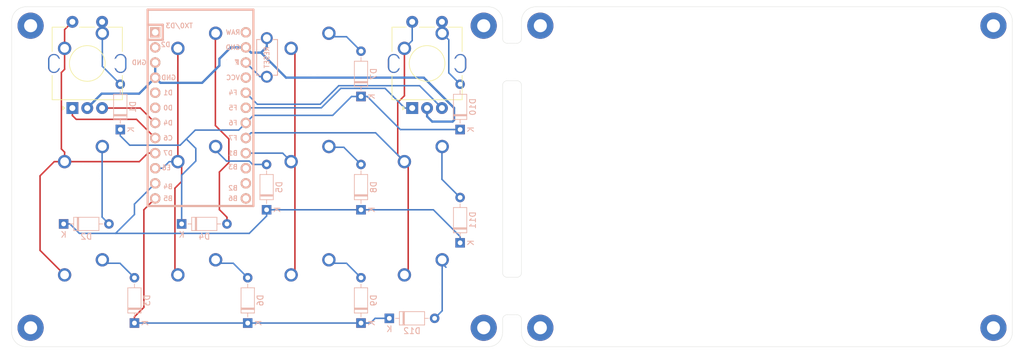
<source format=kicad_pcb>
(kicad_pcb (version 20171130) (host pcbnew "(5.1.4)-1")

  (general
    (thickness 1.6)
    (drawings 34)
    (tracks 172)
    (zones 0)
    (modules 40)
    (nets 43)
  )

  (page A4)
  (layers
    (0 F.Cu signal)
    (31 B.Cu signal)
    (32 B.Adhes user)
    (33 F.Adhes user)
    (34 B.Paste user)
    (35 F.Paste user)
    (36 B.SilkS user)
    (37 F.SilkS user)
    (38 B.Mask user)
    (39 F.Mask user)
    (40 Dwgs.User user)
    (41 Cmts.User user)
    (42 Eco1.User user)
    (43 Eco2.User user)
    (44 Edge.Cuts user)
    (45 Margin user)
    (46 B.CrtYd user)
    (47 F.CrtYd user)
    (48 B.Fab user)
    (49 F.Fab user)
  )

  (setup
    (last_trace_width 0.25)
    (user_trace_width 0.254)
    (trace_clearance 0.2)
    (zone_clearance 0.508)
    (zone_45_only no)
    (trace_min 0.2)
    (via_size 0.8)
    (via_drill 0.4)
    (via_min_size 0.4)
    (via_min_drill 0.3)
    (uvia_size 0.3)
    (uvia_drill 0.1)
    (uvias_allowed no)
    (uvia_min_size 0.2)
    (uvia_min_drill 0.1)
    (edge_width 0.05)
    (segment_width 0.2)
    (pcb_text_width 0.3)
    (pcb_text_size 1.5 1.5)
    (mod_edge_width 0.12)
    (mod_text_size 1 1)
    (mod_text_width 0.15)
    (pad_size 3.2 2)
    (pad_drill 2.8)
    (pad_to_mask_clearance 0.051)
    (solder_mask_min_width 0.25)
    (aux_axis_origin 0 0)
    (visible_elements 7FFFFFFF)
    (pcbplotparams
      (layerselection 0x010fc_ffffffff)
      (usegerberextensions false)
      (usegerberattributes false)
      (usegerberadvancedattributes false)
      (creategerberjobfile false)
      (excludeedgelayer true)
      (linewidth 0.100000)
      (plotframeref false)
      (viasonmask false)
      (mode 1)
      (useauxorigin false)
      (hpglpennumber 1)
      (hpglpenspeed 20)
      (hpglpendiameter 15.000000)
      (psnegative false)
      (psa4output false)
      (plotreference true)
      (plotvalue true)
      (plotinvisibletext false)
      (padsonsilk false)
      (subtractmaskfromsilk false)
      (outputformat 1)
      (mirror false)
      (drillshape 0)
      (scaleselection 1)
      (outputdirectory "Gerbers/"))
  )

  (net 0 "")
  (net 1 "Net-(D1-Pad2)")
  (net 2 ROW0)
  (net 3 "Net-(D2-Pad2)")
  (net 4 ROW1)
  (net 5 "Net-(D3-Pad2)")
  (net 6 ROW2)
  (net 7 "Net-(D4-Pad2)")
  (net 8 "Net-(D5-Pad2)")
  (net 9 "Net-(D6-Pad2)")
  (net 10 "Net-(D7-Pad2)")
  (net 11 "Net-(D8-Pad2)")
  (net 12 "Net-(D9-Pad2)")
  (net 13 "Net-(D10-Pad2)")
  (net 14 "Net-(D11-Pad2)")
  (net 15 "Net-(D12-Pad2)")
  (net 16 COL0)
  (net 17 COL1)
  (net 18 COL2)
  (net 19 COL3)
  (net 20 ENCA)
  (net 21 GND)
  (net 22 ENCB)
  (net 23 "Net-(U1-Pad24)")
  (net 24 "Net-(U1-Pad1)")
  (net 25 "Net-(U1-Pad2)")
  (net 26 "Net-(H1-Pad1)")
  (net 27 "Net-(H2-Pad1)")
  (net 28 "Net-(H3-Pad1)")
  (net 29 "Net-(H5-Pad1)")
  (net 30 "Net-(SW2-Pad2)")
  (net 31 ENCA1)
  (net 32 ENCB1)
  (net 33 "Net-(U1-Pad13)")
  (net 34 "Net-(U1-Pad14)")
  (net 35 "Net-(U1-Pad15)")
  (net 36 "Net-(H4-Pad1)")
  (net 37 "Net-(H6-Pad1)")
  (net 38 "Net-(H7-Pad1)")
  (net 39 "Net-(H8-Pad1)")
  (net 40 VCC)
  (net 41 "Net-(U1-Pad5)")
  (net 42 "Net-(U1-Pad6)")

  (net_class Default "This is the default net class."
    (clearance 0.2)
    (trace_width 0.25)
    (via_dia 0.8)
    (via_drill 0.4)
    (uvia_dia 0.3)
    (uvia_drill 0.1)
    (add_net COL1)
    (add_net COL2)
    (add_net COL3)
    (add_net ENCA)
    (add_net ENCA1)
    (add_net ENCB)
    (add_net ENCB1)
    (add_net "Net-(D1-Pad2)")
    (add_net "Net-(D10-Pad2)")
    (add_net "Net-(D11-Pad2)")
    (add_net "Net-(D12-Pad2)")
    (add_net "Net-(D2-Pad2)")
    (add_net "Net-(D3-Pad2)")
    (add_net "Net-(D4-Pad2)")
    (add_net "Net-(D5-Pad2)")
    (add_net "Net-(D6-Pad2)")
    (add_net "Net-(D7-Pad2)")
    (add_net "Net-(D8-Pad2)")
    (add_net "Net-(D9-Pad2)")
    (add_net "Net-(H1-Pad1)")
    (add_net "Net-(H2-Pad1)")
    (add_net "Net-(H3-Pad1)")
    (add_net "Net-(H4-Pad1)")
    (add_net "Net-(H5-Pad1)")
    (add_net "Net-(H6-Pad1)")
    (add_net "Net-(H7-Pad1)")
    (add_net "Net-(H8-Pad1)")
    (add_net "Net-(SW2-Pad2)")
    (add_net "Net-(U1-Pad1)")
    (add_net "Net-(U1-Pad13)")
    (add_net "Net-(U1-Pad14)")
    (add_net "Net-(U1-Pad15)")
    (add_net "Net-(U1-Pad2)")
    (add_net "Net-(U1-Pad24)")
    (add_net "Net-(U1-Pad5)")
    (add_net "Net-(U1-Pad6)")
    (add_net ROW0)
    (add_net ROW1)
    (add_net ROW2)
    (add_net VCC)
  )

  (net_class Power ""
    (clearance 0.2)
    (trace_width 0.381)
    (via_dia 0.8)
    (via_drill 0.4)
    (uvia_dia 0.3)
    (uvia_drill 0.1)
    (add_net COL0)
    (add_net GND)
  )

  (module MX_Only:MXOnly-1U-NoLED (layer F.Cu) (tedit 5BD3C6C7) (tstamp 60098CFE)
    (at 175.41875 101.6)
    (path /601029E0)
    (fp_text reference MX12 (at 0 3.175) (layer Dwgs.User)
      (effects (font (size 1 1) (thickness 0.15)))
    )
    (fp_text value MX-NoLED (at 0 -7.9375) (layer Dwgs.User)
      (effects (font (size 1 1) (thickness 0.15)))
    )
    (fp_line (start 5 -7) (end 7 -7) (layer Dwgs.User) (width 0.15))
    (fp_line (start 7 -7) (end 7 -5) (layer Dwgs.User) (width 0.15))
    (fp_line (start 5 7) (end 7 7) (layer Dwgs.User) (width 0.15))
    (fp_line (start 7 7) (end 7 5) (layer Dwgs.User) (width 0.15))
    (fp_line (start -7 5) (end -7 7) (layer Dwgs.User) (width 0.15))
    (fp_line (start -7 7) (end -5 7) (layer Dwgs.User) (width 0.15))
    (fp_line (start -5 -7) (end -7 -7) (layer Dwgs.User) (width 0.15))
    (fp_line (start -7 -7) (end -7 -5) (layer Dwgs.User) (width 0.15))
    (fp_line (start -9.525 -9.525) (end 9.525 -9.525) (layer Dwgs.User) (width 0.15))
    (fp_line (start 9.525 -9.525) (end 9.525 9.525) (layer Dwgs.User) (width 0.15))
    (fp_line (start 9.525 9.525) (end -9.525 9.525) (layer Dwgs.User) (width 0.15))
    (fp_line (start -9.525 9.525) (end -9.525 -9.525) (layer Dwgs.User) (width 0.15))
    (pad 2 thru_hole circle (at 2.54 -5.08) (size 2.25 2.25) (drill 1.47) (layers *.Cu B.Mask)
      (net 15 "Net-(D12-Pad2)"))
    (pad "" np_thru_hole circle (at 0 0) (size 3.9878 3.9878) (drill 3.9878) (layers *.Cu *.Mask))
    (pad 1 thru_hole circle (at -3.81 -2.54) (size 2.25 2.25) (drill 1.47) (layers *.Cu B.Mask)
      (net 19 COL3))
    (pad "" np_thru_hole circle (at -5.08 0 48.0996) (size 1.75 1.75) (drill 1.75) (layers *.Cu *.Mask))
    (pad "" np_thru_hole circle (at 5.08 0 48.0996) (size 1.75 1.75) (drill 1.75) (layers *.Cu *.Mask))
  )

  (module MX_Only:MXOnly-1U-NoLED (layer F.Cu) (tedit 5BD3C6C7) (tstamp 60098CE7)
    (at 175.41875 82.55)
    (path /600FF438)
    (fp_text reference MX11 (at 0 3.175) (layer Dwgs.User)
      (effects (font (size 1 1) (thickness 0.15)))
    )
    (fp_text value MX-NoLED (at 0 -7.9375) (layer Dwgs.User)
      (effects (font (size 1 1) (thickness 0.15)))
    )
    (fp_line (start 5 -7) (end 7 -7) (layer Dwgs.User) (width 0.15))
    (fp_line (start 7 -7) (end 7 -5) (layer Dwgs.User) (width 0.15))
    (fp_line (start 5 7) (end 7 7) (layer Dwgs.User) (width 0.15))
    (fp_line (start 7 7) (end 7 5) (layer Dwgs.User) (width 0.15))
    (fp_line (start -7 5) (end -7 7) (layer Dwgs.User) (width 0.15))
    (fp_line (start -7 7) (end -5 7) (layer Dwgs.User) (width 0.15))
    (fp_line (start -5 -7) (end -7 -7) (layer Dwgs.User) (width 0.15))
    (fp_line (start -7 -7) (end -7 -5) (layer Dwgs.User) (width 0.15))
    (fp_line (start -9.525 -9.525) (end 9.525 -9.525) (layer Dwgs.User) (width 0.15))
    (fp_line (start 9.525 -9.525) (end 9.525 9.525) (layer Dwgs.User) (width 0.15))
    (fp_line (start 9.525 9.525) (end -9.525 9.525) (layer Dwgs.User) (width 0.15))
    (fp_line (start -9.525 9.525) (end -9.525 -9.525) (layer Dwgs.User) (width 0.15))
    (pad 2 thru_hole circle (at 2.54 -5.08) (size 2.25 2.25) (drill 1.47) (layers *.Cu B.Mask)
      (net 14 "Net-(D11-Pad2)"))
    (pad "" np_thru_hole circle (at 0 0) (size 3.9878 3.9878) (drill 3.9878) (layers *.Cu *.Mask))
    (pad 1 thru_hole circle (at -3.81 -2.54) (size 2.25 2.25) (drill 1.47) (layers *.Cu B.Mask)
      (net 19 COL3))
    (pad "" np_thru_hole circle (at -5.08 0 48.0996) (size 1.75 1.75) (drill 1.75) (layers *.Cu *.Mask))
    (pad "" np_thru_hole circle (at 5.08 0 48.0996) (size 1.75 1.75) (drill 1.75) (layers *.Cu *.Mask))
  )

  (module MX_Only:MXOnly-1U-NoLED (layer F.Cu) (tedit 5BD3C6C7) (tstamp 6009D280)
    (at 175.41875 63.5)
    (path /600FB68C)
    (fp_text reference MX10 (at 0 3.175) (layer Dwgs.User)
      (effects (font (size 1 1) (thickness 0.15)))
    )
    (fp_text value MX-NoLED (at 0 -7.9375) (layer Dwgs.User)
      (effects (font (size 1 1) (thickness 0.15)))
    )
    (fp_line (start 5 -7) (end 7 -7) (layer Dwgs.User) (width 0.15))
    (fp_line (start 7 -7) (end 7 -5) (layer Dwgs.User) (width 0.15))
    (fp_line (start 5 7) (end 7 7) (layer Dwgs.User) (width 0.15))
    (fp_line (start 7 7) (end 7 5) (layer Dwgs.User) (width 0.15))
    (fp_line (start -7 5) (end -7 7) (layer Dwgs.User) (width 0.15))
    (fp_line (start -7 7) (end -5 7) (layer Dwgs.User) (width 0.15))
    (fp_line (start -5 -7) (end -7 -7) (layer Dwgs.User) (width 0.15))
    (fp_line (start -7 -7) (end -7 -5) (layer Dwgs.User) (width 0.15))
    (fp_line (start -9.525 -9.525) (end 9.525 -9.525) (layer Dwgs.User) (width 0.15))
    (fp_line (start 9.525 -9.525) (end 9.525 9.525) (layer Dwgs.User) (width 0.15))
    (fp_line (start 9.525 9.525) (end -9.525 9.525) (layer Dwgs.User) (width 0.15))
    (fp_line (start -9.525 9.525) (end -9.525 -9.525) (layer Dwgs.User) (width 0.15))
    (pad 2 thru_hole circle (at 2.54 -5.08) (size 2.25 2.25) (drill 1.47) (layers *.Cu B.Mask)
      (net 13 "Net-(D10-Pad2)"))
    (pad "" np_thru_hole circle (at 0 0) (size 3.9878 3.9878) (drill 3.9878) (layers *.Cu *.Mask))
    (pad 1 thru_hole circle (at -3.81 -2.54) (size 2.25 2.25) (drill 1.47) (layers *.Cu B.Mask)
      (net 19 COL3))
    (pad "" np_thru_hole circle (at -5.08 0 48.0996) (size 1.75 1.75) (drill 1.75) (layers *.Cu *.Mask))
    (pad "" np_thru_hole circle (at 5.08 0 48.0996) (size 1.75 1.75) (drill 1.75) (layers *.Cu *.Mask))
  )

  (module MX_Only:MXOnly-1U-NoLED (layer F.Cu) (tedit 5BD3C6C7) (tstamp 60098CB9)
    (at 156.36875 101.6)
    (path /601029D3)
    (fp_text reference MX9 (at 0 3.175) (layer Dwgs.User)
      (effects (font (size 1 1) (thickness 0.15)))
    )
    (fp_text value MX-NoLED (at 0 -7.9375) (layer Dwgs.User)
      (effects (font (size 1 1) (thickness 0.15)))
    )
    (fp_line (start 5 -7) (end 7 -7) (layer Dwgs.User) (width 0.15))
    (fp_line (start 7 -7) (end 7 -5) (layer Dwgs.User) (width 0.15))
    (fp_line (start 5 7) (end 7 7) (layer Dwgs.User) (width 0.15))
    (fp_line (start 7 7) (end 7 5) (layer Dwgs.User) (width 0.15))
    (fp_line (start -7 5) (end -7 7) (layer Dwgs.User) (width 0.15))
    (fp_line (start -7 7) (end -5 7) (layer Dwgs.User) (width 0.15))
    (fp_line (start -5 -7) (end -7 -7) (layer Dwgs.User) (width 0.15))
    (fp_line (start -7 -7) (end -7 -5) (layer Dwgs.User) (width 0.15))
    (fp_line (start -9.525 -9.525) (end 9.525 -9.525) (layer Dwgs.User) (width 0.15))
    (fp_line (start 9.525 -9.525) (end 9.525 9.525) (layer Dwgs.User) (width 0.15))
    (fp_line (start 9.525 9.525) (end -9.525 9.525) (layer Dwgs.User) (width 0.15))
    (fp_line (start -9.525 9.525) (end -9.525 -9.525) (layer Dwgs.User) (width 0.15))
    (pad 2 thru_hole circle (at 2.54 -5.08) (size 2.25 2.25) (drill 1.47) (layers *.Cu B.Mask)
      (net 12 "Net-(D9-Pad2)"))
    (pad "" np_thru_hole circle (at 0 0) (size 3.9878 3.9878) (drill 3.9878) (layers *.Cu *.Mask))
    (pad 1 thru_hole circle (at -3.81 -2.54) (size 2.25 2.25) (drill 1.47) (layers *.Cu B.Mask)
      (net 18 COL2))
    (pad "" np_thru_hole circle (at -5.08 0 48.0996) (size 1.75 1.75) (drill 1.75) (layers *.Cu *.Mask))
    (pad "" np_thru_hole circle (at 5.08 0 48.0996) (size 1.75 1.75) (drill 1.75) (layers *.Cu *.Mask))
  )

  (module MX_Only:MXOnly-1U-NoLED (layer F.Cu) (tedit 5BD3C6C7) (tstamp 60098CA2)
    (at 156.36875 82.55)
    (path /600FF42B)
    (fp_text reference MX8 (at 0 3.175) (layer Dwgs.User)
      (effects (font (size 1 1) (thickness 0.15)))
    )
    (fp_text value MX-NoLED (at 0 -7.9375) (layer Dwgs.User)
      (effects (font (size 1 1) (thickness 0.15)))
    )
    (fp_line (start 5 -7) (end 7 -7) (layer Dwgs.User) (width 0.15))
    (fp_line (start 7 -7) (end 7 -5) (layer Dwgs.User) (width 0.15))
    (fp_line (start 5 7) (end 7 7) (layer Dwgs.User) (width 0.15))
    (fp_line (start 7 7) (end 7 5) (layer Dwgs.User) (width 0.15))
    (fp_line (start -7 5) (end -7 7) (layer Dwgs.User) (width 0.15))
    (fp_line (start -7 7) (end -5 7) (layer Dwgs.User) (width 0.15))
    (fp_line (start -5 -7) (end -7 -7) (layer Dwgs.User) (width 0.15))
    (fp_line (start -7 -7) (end -7 -5) (layer Dwgs.User) (width 0.15))
    (fp_line (start -9.525 -9.525) (end 9.525 -9.525) (layer Dwgs.User) (width 0.15))
    (fp_line (start 9.525 -9.525) (end 9.525 9.525) (layer Dwgs.User) (width 0.15))
    (fp_line (start 9.525 9.525) (end -9.525 9.525) (layer Dwgs.User) (width 0.15))
    (fp_line (start -9.525 9.525) (end -9.525 -9.525) (layer Dwgs.User) (width 0.15))
    (pad 2 thru_hole circle (at 2.54 -5.08) (size 2.25 2.25) (drill 1.47) (layers *.Cu B.Mask)
      (net 11 "Net-(D8-Pad2)"))
    (pad "" np_thru_hole circle (at 0 0) (size 3.9878 3.9878) (drill 3.9878) (layers *.Cu *.Mask))
    (pad 1 thru_hole circle (at -3.81 -2.54) (size 2.25 2.25) (drill 1.47) (layers *.Cu B.Mask)
      (net 18 COL2))
    (pad "" np_thru_hole circle (at -5.08 0 48.0996) (size 1.75 1.75) (drill 1.75) (layers *.Cu *.Mask))
    (pad "" np_thru_hole circle (at 5.08 0 48.0996) (size 1.75 1.75) (drill 1.75) (layers *.Cu *.Mask))
  )

  (module MX_Only:MXOnly-1U-NoLED (layer F.Cu) (tedit 5BD3C6C7) (tstamp 60098C8B)
    (at 156.36875 63.5)
    (path /600FAD0D)
    (fp_text reference MX7 (at 0 3.175) (layer Dwgs.User)
      (effects (font (size 1 1) (thickness 0.15)))
    )
    (fp_text value MX-NoLED (at 0 -7.9375) (layer Dwgs.User)
      (effects (font (size 1 1) (thickness 0.15)))
    )
    (fp_line (start 5 -7) (end 7 -7) (layer Dwgs.User) (width 0.15))
    (fp_line (start 7 -7) (end 7 -5) (layer Dwgs.User) (width 0.15))
    (fp_line (start 5 7) (end 7 7) (layer Dwgs.User) (width 0.15))
    (fp_line (start 7 7) (end 7 5) (layer Dwgs.User) (width 0.15))
    (fp_line (start -7 5) (end -7 7) (layer Dwgs.User) (width 0.15))
    (fp_line (start -7 7) (end -5 7) (layer Dwgs.User) (width 0.15))
    (fp_line (start -5 -7) (end -7 -7) (layer Dwgs.User) (width 0.15))
    (fp_line (start -7 -7) (end -7 -5) (layer Dwgs.User) (width 0.15))
    (fp_line (start -9.525 -9.525) (end 9.525 -9.525) (layer Dwgs.User) (width 0.15))
    (fp_line (start 9.525 -9.525) (end 9.525 9.525) (layer Dwgs.User) (width 0.15))
    (fp_line (start 9.525 9.525) (end -9.525 9.525) (layer Dwgs.User) (width 0.15))
    (fp_line (start -9.525 9.525) (end -9.525 -9.525) (layer Dwgs.User) (width 0.15))
    (pad 2 thru_hole circle (at 2.54 -5.08) (size 2.25 2.25) (drill 1.47) (layers *.Cu B.Mask)
      (net 10 "Net-(D7-Pad2)"))
    (pad "" np_thru_hole circle (at 0 0) (size 3.9878 3.9878) (drill 3.9878) (layers *.Cu *.Mask))
    (pad 1 thru_hole circle (at -3.81 -2.54) (size 2.25 2.25) (drill 1.47) (layers *.Cu B.Mask)
      (net 18 COL2))
    (pad "" np_thru_hole circle (at -5.08 0 48.0996) (size 1.75 1.75) (drill 1.75) (layers *.Cu *.Mask))
    (pad "" np_thru_hole circle (at 5.08 0 48.0996) (size 1.75 1.75) (drill 1.75) (layers *.Cu *.Mask))
  )

  (module MX_Only:MXOnly-1U-NoLED (layer F.Cu) (tedit 5BD3C6C7) (tstamp 60098C74)
    (at 137.31875 101.6)
    (path /601029C6)
    (fp_text reference MX6 (at 0 3.175) (layer Dwgs.User)
      (effects (font (size 1 1) (thickness 0.15)))
    )
    (fp_text value MX-NoLED (at 0 -7.9375) (layer Dwgs.User)
      (effects (font (size 1 1) (thickness 0.15)))
    )
    (fp_line (start 5 -7) (end 7 -7) (layer Dwgs.User) (width 0.15))
    (fp_line (start 7 -7) (end 7 -5) (layer Dwgs.User) (width 0.15))
    (fp_line (start 5 7) (end 7 7) (layer Dwgs.User) (width 0.15))
    (fp_line (start 7 7) (end 7 5) (layer Dwgs.User) (width 0.15))
    (fp_line (start -7 5) (end -7 7) (layer Dwgs.User) (width 0.15))
    (fp_line (start -7 7) (end -5 7) (layer Dwgs.User) (width 0.15))
    (fp_line (start -5 -7) (end -7 -7) (layer Dwgs.User) (width 0.15))
    (fp_line (start -7 -7) (end -7 -5) (layer Dwgs.User) (width 0.15))
    (fp_line (start -9.525 -9.525) (end 9.525 -9.525) (layer Dwgs.User) (width 0.15))
    (fp_line (start 9.525 -9.525) (end 9.525 9.525) (layer Dwgs.User) (width 0.15))
    (fp_line (start 9.525 9.525) (end -9.525 9.525) (layer Dwgs.User) (width 0.15))
    (fp_line (start -9.525 9.525) (end -9.525 -9.525) (layer Dwgs.User) (width 0.15))
    (pad 2 thru_hole circle (at 2.54 -5.08) (size 2.25 2.25) (drill 1.47) (layers *.Cu B.Mask)
      (net 9 "Net-(D6-Pad2)"))
    (pad "" np_thru_hole circle (at 0 0) (size 3.9878 3.9878) (drill 3.9878) (layers *.Cu *.Mask))
    (pad 1 thru_hole circle (at -3.81 -2.54) (size 2.25 2.25) (drill 1.47) (layers *.Cu B.Mask)
      (net 17 COL1))
    (pad "" np_thru_hole circle (at -5.08 0 48.0996) (size 1.75 1.75) (drill 1.75) (layers *.Cu *.Mask))
    (pad "" np_thru_hole circle (at 5.08 0 48.0996) (size 1.75 1.75) (drill 1.75) (layers *.Cu *.Mask))
  )

  (module MX_Only:MXOnly-1U-NoLED (layer F.Cu) (tedit 5BD3C6C7) (tstamp 60098C5D)
    (at 137.31875 82.55)
    (path /600FF41E)
    (fp_text reference MX5 (at 0 3.175) (layer Dwgs.User)
      (effects (font (size 1 1) (thickness 0.15)))
    )
    (fp_text value MX-NoLED (at 0 -7.9375) (layer Dwgs.User)
      (effects (font (size 1 1) (thickness 0.15)))
    )
    (fp_line (start 5 -7) (end 7 -7) (layer Dwgs.User) (width 0.15))
    (fp_line (start 7 -7) (end 7 -5) (layer Dwgs.User) (width 0.15))
    (fp_line (start 5 7) (end 7 7) (layer Dwgs.User) (width 0.15))
    (fp_line (start 7 7) (end 7 5) (layer Dwgs.User) (width 0.15))
    (fp_line (start -7 5) (end -7 7) (layer Dwgs.User) (width 0.15))
    (fp_line (start -7 7) (end -5 7) (layer Dwgs.User) (width 0.15))
    (fp_line (start -5 -7) (end -7 -7) (layer Dwgs.User) (width 0.15))
    (fp_line (start -7 -7) (end -7 -5) (layer Dwgs.User) (width 0.15))
    (fp_line (start -9.525 -9.525) (end 9.525 -9.525) (layer Dwgs.User) (width 0.15))
    (fp_line (start 9.525 -9.525) (end 9.525 9.525) (layer Dwgs.User) (width 0.15))
    (fp_line (start 9.525 9.525) (end -9.525 9.525) (layer Dwgs.User) (width 0.15))
    (fp_line (start -9.525 9.525) (end -9.525 -9.525) (layer Dwgs.User) (width 0.15))
    (pad 2 thru_hole circle (at 2.54 -5.08) (size 2.25 2.25) (drill 1.47) (layers *.Cu B.Mask)
      (net 8 "Net-(D5-Pad2)"))
    (pad "" np_thru_hole circle (at 0 0) (size 3.9878 3.9878) (drill 3.9878) (layers *.Cu *.Mask))
    (pad 1 thru_hole circle (at -3.81 -2.54) (size 2.25 2.25) (drill 1.47) (layers *.Cu B.Mask)
      (net 17 COL1))
    (pad "" np_thru_hole circle (at -5.08 0 48.0996) (size 1.75 1.75) (drill 1.75) (layers *.Cu *.Mask))
    (pad "" np_thru_hole circle (at 5.08 0 48.0996) (size 1.75 1.75) (drill 1.75) (layers *.Cu *.Mask))
  )

  (module MX_Only:MXOnly-1U-NoLED (layer F.Cu) (tedit 5BD3C6C7) (tstamp 60098C46)
    (at 137.31875 63.5)
    (path /600F9EA4)
    (fp_text reference MX4 (at 0 3.175) (layer Dwgs.User)
      (effects (font (size 1 1) (thickness 0.15)))
    )
    (fp_text value MX-NoLED (at 0 -7.9375) (layer Dwgs.User)
      (effects (font (size 1 1) (thickness 0.15)))
    )
    (fp_line (start 5 -7) (end 7 -7) (layer Dwgs.User) (width 0.15))
    (fp_line (start 7 -7) (end 7 -5) (layer Dwgs.User) (width 0.15))
    (fp_line (start 5 7) (end 7 7) (layer Dwgs.User) (width 0.15))
    (fp_line (start 7 7) (end 7 5) (layer Dwgs.User) (width 0.15))
    (fp_line (start -7 5) (end -7 7) (layer Dwgs.User) (width 0.15))
    (fp_line (start -7 7) (end -5 7) (layer Dwgs.User) (width 0.15))
    (fp_line (start -5 -7) (end -7 -7) (layer Dwgs.User) (width 0.15))
    (fp_line (start -7 -7) (end -7 -5) (layer Dwgs.User) (width 0.15))
    (fp_line (start -9.525 -9.525) (end 9.525 -9.525) (layer Dwgs.User) (width 0.15))
    (fp_line (start 9.525 -9.525) (end 9.525 9.525) (layer Dwgs.User) (width 0.15))
    (fp_line (start 9.525 9.525) (end -9.525 9.525) (layer Dwgs.User) (width 0.15))
    (fp_line (start -9.525 9.525) (end -9.525 -9.525) (layer Dwgs.User) (width 0.15))
    (pad 2 thru_hole circle (at 2.54 -5.08) (size 2.25 2.25) (drill 1.47) (layers *.Cu B.Mask)
      (net 7 "Net-(D4-Pad2)"))
    (pad "" np_thru_hole circle (at 0 0) (size 3.9878 3.9878) (drill 3.9878) (layers *.Cu *.Mask))
    (pad 1 thru_hole circle (at -3.81 -2.54) (size 2.25 2.25) (drill 1.47) (layers *.Cu B.Mask)
      (net 17 COL1))
    (pad "" np_thru_hole circle (at -5.08 0 48.0996) (size 1.75 1.75) (drill 1.75) (layers *.Cu *.Mask))
    (pad "" np_thru_hole circle (at 5.08 0 48.0996) (size 1.75 1.75) (drill 1.75) (layers *.Cu *.Mask))
  )

  (module MX_Only:MXOnly-1U-NoLED (layer F.Cu) (tedit 5BD3C6C7) (tstamp 60098C2F)
    (at 118.26875 101.6)
    (path /601029B9)
    (fp_text reference MX3 (at 0 3.175) (layer Dwgs.User)
      (effects (font (size 1 1) (thickness 0.15)))
    )
    (fp_text value MX-NoLED (at 0 -7.9375) (layer Dwgs.User)
      (effects (font (size 1 1) (thickness 0.15)))
    )
    (fp_line (start 5 -7) (end 7 -7) (layer Dwgs.User) (width 0.15))
    (fp_line (start 7 -7) (end 7 -5) (layer Dwgs.User) (width 0.15))
    (fp_line (start 5 7) (end 7 7) (layer Dwgs.User) (width 0.15))
    (fp_line (start 7 7) (end 7 5) (layer Dwgs.User) (width 0.15))
    (fp_line (start -7 5) (end -7 7) (layer Dwgs.User) (width 0.15))
    (fp_line (start -7 7) (end -5 7) (layer Dwgs.User) (width 0.15))
    (fp_line (start -5 -7) (end -7 -7) (layer Dwgs.User) (width 0.15))
    (fp_line (start -7 -7) (end -7 -5) (layer Dwgs.User) (width 0.15))
    (fp_line (start -9.525 -9.525) (end 9.525 -9.525) (layer Dwgs.User) (width 0.15))
    (fp_line (start 9.525 -9.525) (end 9.525 9.525) (layer Dwgs.User) (width 0.15))
    (fp_line (start 9.525 9.525) (end -9.525 9.525) (layer Dwgs.User) (width 0.15))
    (fp_line (start -9.525 9.525) (end -9.525 -9.525) (layer Dwgs.User) (width 0.15))
    (pad 2 thru_hole circle (at 2.54 -5.08) (size 2.25 2.25) (drill 1.47) (layers *.Cu B.Mask)
      (net 5 "Net-(D3-Pad2)"))
    (pad "" np_thru_hole circle (at 0 0) (size 3.9878 3.9878) (drill 3.9878) (layers *.Cu *.Mask))
    (pad 1 thru_hole circle (at -3.81 -2.54) (size 2.25 2.25) (drill 1.47) (layers *.Cu B.Mask)
      (net 16 COL0))
    (pad "" np_thru_hole circle (at -5.08 0 48.0996) (size 1.75 1.75) (drill 1.75) (layers *.Cu *.Mask))
    (pad "" np_thru_hole circle (at 5.08 0 48.0996) (size 1.75 1.75) (drill 1.75) (layers *.Cu *.Mask))
  )

  (module MX_Only:MXOnly-1U-NoLED (layer F.Cu) (tedit 5BD3C6C7) (tstamp 60098C18)
    (at 118.26875 82.55)
    (path /600FF411)
    (fp_text reference MX2 (at 0 3.175) (layer Dwgs.User)
      (effects (font (size 1 1) (thickness 0.15)))
    )
    (fp_text value MX-NoLED (at 0 -7.9375) (layer Dwgs.User)
      (effects (font (size 1 1) (thickness 0.15)))
    )
    (fp_line (start 5 -7) (end 7 -7) (layer Dwgs.User) (width 0.15))
    (fp_line (start 7 -7) (end 7 -5) (layer Dwgs.User) (width 0.15))
    (fp_line (start 5 7) (end 7 7) (layer Dwgs.User) (width 0.15))
    (fp_line (start 7 7) (end 7 5) (layer Dwgs.User) (width 0.15))
    (fp_line (start -7 5) (end -7 7) (layer Dwgs.User) (width 0.15))
    (fp_line (start -7 7) (end -5 7) (layer Dwgs.User) (width 0.15))
    (fp_line (start -5 -7) (end -7 -7) (layer Dwgs.User) (width 0.15))
    (fp_line (start -7 -7) (end -7 -5) (layer Dwgs.User) (width 0.15))
    (fp_line (start -9.525 -9.525) (end 9.525 -9.525) (layer Dwgs.User) (width 0.15))
    (fp_line (start 9.525 -9.525) (end 9.525 9.525) (layer Dwgs.User) (width 0.15))
    (fp_line (start 9.525 9.525) (end -9.525 9.525) (layer Dwgs.User) (width 0.15))
    (fp_line (start -9.525 9.525) (end -9.525 -9.525) (layer Dwgs.User) (width 0.15))
    (pad 2 thru_hole circle (at 2.54 -5.08) (size 2.25 2.25) (drill 1.47) (layers *.Cu B.Mask)
      (net 3 "Net-(D2-Pad2)"))
    (pad "" np_thru_hole circle (at 0 0) (size 3.9878 3.9878) (drill 3.9878) (layers *.Cu *.Mask))
    (pad 1 thru_hole circle (at -3.81 -2.54) (size 2.25 2.25) (drill 1.47) (layers *.Cu B.Mask)
      (net 16 COL0))
    (pad "" np_thru_hole circle (at -5.08 0 48.0996) (size 1.75 1.75) (drill 1.75) (layers *.Cu *.Mask))
    (pad "" np_thru_hole circle (at 5.08 0 48.0996) (size 1.75 1.75) (drill 1.75) (layers *.Cu *.Mask))
  )

  (module MX_Only:MXOnly-1U-NoLED (layer F.Cu) (tedit 5BD3C6C7) (tstamp 600B4BE8)
    (at 118.26875 63.5)
    (path /600F6ED7)
    (fp_text reference MX1 (at 0 3.175) (layer Dwgs.User)
      (effects (font (size 1 1) (thickness 0.15)))
    )
    (fp_text value MX-NoLED (at 0 -7.9375) (layer Dwgs.User)
      (effects (font (size 1 1) (thickness 0.15)))
    )
    (fp_line (start 5 -7) (end 7 -7) (layer Dwgs.User) (width 0.15))
    (fp_line (start 7 -7) (end 7 -5) (layer Dwgs.User) (width 0.15))
    (fp_line (start 5 7) (end 7 7) (layer Dwgs.User) (width 0.15))
    (fp_line (start 7 7) (end 7 5) (layer Dwgs.User) (width 0.15))
    (fp_line (start -7 5) (end -7 7) (layer Dwgs.User) (width 0.15))
    (fp_line (start -7 7) (end -5 7) (layer Dwgs.User) (width 0.15))
    (fp_line (start -5 -7) (end -7 -7) (layer Dwgs.User) (width 0.15))
    (fp_line (start -7 -7) (end -7 -5) (layer Dwgs.User) (width 0.15))
    (fp_line (start -9.525 -9.525) (end 9.525 -9.525) (layer Dwgs.User) (width 0.15))
    (fp_line (start 9.525 -9.525) (end 9.525 9.525) (layer Dwgs.User) (width 0.15))
    (fp_line (start 9.525 9.525) (end -9.525 9.525) (layer Dwgs.User) (width 0.15))
    (fp_line (start -9.525 9.525) (end -9.525 -9.525) (layer Dwgs.User) (width 0.15))
    (pad 2 thru_hole circle (at 2.54 -5.08) (size 2.25 2.25) (drill 1.47) (layers *.Cu B.Mask)
      (net 1 "Net-(D1-Pad2)"))
    (pad "" np_thru_hole circle (at 0 0) (size 3.9878 3.9878) (drill 3.9878) (layers *.Cu *.Mask))
    (pad 1 thru_hole circle (at -3.81 -2.54) (size 2.25 2.25) (drill 1.47) (layers *.Cu B.Mask)
      (net 16 COL0))
    (pad "" np_thru_hole circle (at -5.08 0 48.0996) (size 1.75 1.75) (drill 1.75) (layers *.Cu *.Mask))
    (pad "" np_thru_hole circle (at 5.08 0 48.0996) (size 1.75 1.75) (drill 1.75) (layers *.Cu *.Mask))
  )

  (module macropad:RotaryEncoder_Alps_EC11E-Switch_Vertical_H20mm (layer F.Cu) (tedit 600993F9) (tstamp 600B85CC)
    (at 118.26875 63.5 90)
    (descr "Alps rotary encoder, EC12E... with switch, vertical shaft, http://www.alps.com/prod/info/E/HTML/Encoder/Incremental/EC11/EC11E15204A3.html")
    (tags "rotary encoder")
    (path /5DA04574)
    (fp_text reference SW1 (at 0 0 90) (layer F.SilkS)
      (effects (font (size 1 1) (thickness 0.15)))
    )
    (fp_text value Ec11 (at 0 7.9 90) (layer F.Fab)
      (effects (font (size 1 1) (thickness 0.15)))
    )
    (fp_circle (center 0 0) (end 3 0) (layer F.Fab) (width 0.12))
    (fp_circle (center 0 0) (end 3 0) (layer F.SilkS) (width 0.12))
    (fp_line (start 8.5 7.1) (end -9 7.1) (layer F.CrtYd) (width 0.05))
    (fp_line (start 8.5 7.1) (end 8.5 -7.1) (layer F.CrtYd) (width 0.05))
    (fp_line (start -9 -7.1) (end -9 7.1) (layer F.CrtYd) (width 0.05))
    (fp_line (start -9 -7.1) (end 8.5 -7.1) (layer F.CrtYd) (width 0.05))
    (fp_line (start -5 -5.8) (end 6 -5.8) (layer F.Fab) (width 0.12))
    (fp_line (start 6 -5.8) (end 6 5.8) (layer F.Fab) (width 0.12))
    (fp_line (start 6 5.8) (end -6 5.8) (layer F.Fab) (width 0.12))
    (fp_line (start -6 5.8) (end -6 -4.7) (layer F.Fab) (width 0.12))
    (fp_line (start -6 -4.7) (end -5 -5.8) (layer F.Fab) (width 0.12))
    (fp_line (start 2 -5.9) (end 6.1 -5.9) (layer F.SilkS) (width 0.12))
    (fp_line (start 6.1 5.9) (end 2 5.9) (layer F.SilkS) (width 0.12))
    (fp_line (start -2 5.9) (end -6.1 5.9) (layer F.SilkS) (width 0.12))
    (fp_line (start -2 -5.9) (end -6.1 -5.9) (layer F.SilkS) (width 0.12))
    (fp_line (start -6.1 -5.9) (end -6.1 5.9) (layer F.SilkS) (width 0.12))
    (fp_line (start -7.5 -3.8) (end -7.8 -4.1) (layer F.SilkS) (width 0.12))
    (fp_line (start -7.8 -4.1) (end -7.2 -4.1) (layer F.SilkS) (width 0.12))
    (fp_line (start -7.2 -4.1) (end -7.5 -3.8) (layer F.SilkS) (width 0.12))
    (fp_line (start 0 -3) (end 0 3) (layer F.Fab) (width 0.12))
    (fp_line (start -3 0) (end 3 0) (layer F.Fab) (width 0.12))
    (fp_line (start 6.1 -5.9) (end 6.1 -3.5) (layer F.SilkS) (width 0.12))
    (fp_line (start 6.1 -1.3) (end 6.1 1.3) (layer F.SilkS) (width 0.12))
    (fp_line (start 6.1 3.5) (end 6.1 5.9) (layer F.SilkS) (width 0.12))
    (fp_line (start 0 -0.5) (end 0 0.5) (layer F.SilkS) (width 0.12))
    (fp_line (start -0.5 0) (end 0.5 0) (layer F.SilkS) (width 0.12))
    (fp_text user %R (at 3.6 3.8 90) (layer F.Fab)
      (effects (font (size 1 1) (thickness 0.15)))
    )
    (pad A thru_hole rect (at -7.5 -2.5 90) (size 2 2) (drill 1) (layers *.Cu *.Mask)
      (net 20 ENCA))
    (pad C thru_hole circle (at -7.5 0 90) (size 2 2) (drill 1) (layers *.Cu *.Mask)
      (net 21 GND))
    (pad B thru_hole circle (at -7.5 2.5 90) (size 2 2) (drill 1) (layers *.Cu *.Mask)
      (net 22 ENCB))
    (pad MP thru_hole oval (at 0 -5.6 90) (size 3.2 2) (drill oval 2.8 1.5) (layers *.Cu *.Mask))
    (pad MP thru_hole oval (at 0 5.6 90) (size 3.2 2) (drill oval 2.8 1.5) (layers *.Cu *.Mask))
    (pad S2 thru_hole circle (at 7 -2.5 90) (size 2 2) (drill 1) (layers *.Cu *.Mask)
      (net 16 COL0))
    (pad S1 thru_hole circle (at 7 2.5 90) (size 2 2) (drill 1) (layers *.Cu *.Mask)
      (net 1 "Net-(D1-Pad2)"))
    (model ${KISYS3DMOD}/Rotary_Encoder.3dshapes/RotaryEncoder_Alps_EC11E-Switch_Vertical_H20mm.wrl
      (at (xyz 0 0 0))
      (scale (xyz 1 1 1))
      (rotate (xyz 0 0 0))
    )
  )

  (module MountingHole:MountingHole_2.2mm_M2_Pad (layer F.Cu) (tedit 56D1B4CB) (tstamp 600A6C6C)
    (at 270.66875 107.95)
    (descr "Mounting Hole 2.2mm, M2")
    (tags "mounting hole 2.2mm m2")
    (path /600A7F5C)
    (attr virtual)
    (fp_text reference H8 (at 0 0) (layer F.SilkS)
      (effects (font (size 1 1) (thickness 0.15)))
    )
    (fp_text value MountingHole (at 0 3.2) (layer F.Fab)
      (effects (font (size 1 1) (thickness 0.15)))
    )
    (fp_circle (center 0 0) (end 2.45 0) (layer F.CrtYd) (width 0.05))
    (fp_circle (center 0 0) (end 2.2 0) (layer Cmts.User) (width 0.15))
    (fp_text user %R (at 0.3 0) (layer F.Fab)
      (effects (font (size 1 1) (thickness 0.15)))
    )
    (pad 1 thru_hole circle (at 0 0) (size 4.4 4.4) (drill 2.2) (layers *.Cu *.Mask)
      (net 39 "Net-(H8-Pad1)"))
  )

  (module MountingHole:MountingHole_2.2mm_M2_Pad (layer F.Cu) (tedit 56D1B4CB) (tstamp 600A6C81)
    (at 194.46875 107.95)
    (descr "Mounting Hole 2.2mm, M2")
    (tags "mounting hole 2.2mm m2")
    (path /600A7F56)
    (attr virtual)
    (fp_text reference H7 (at 0 0) (layer F.SilkS)
      (effects (font (size 1 1) (thickness 0.15)))
    )
    (fp_text value MountingHole (at 0 3.2) (layer F.Fab)
      (effects (font (size 1 1) (thickness 0.15)))
    )
    (fp_circle (center 0 0) (end 2.45 0) (layer F.CrtYd) (width 0.05))
    (fp_circle (center 0 0) (end 2.2 0) (layer Cmts.User) (width 0.15))
    (fp_text user %R (at 0.3 0) (layer F.Fab)
      (effects (font (size 1 1) (thickness 0.15)))
    )
    (pad 1 thru_hole circle (at 0 0) (size 4.4 4.4) (drill 2.2) (layers *.Cu *.Mask)
      (net 38 "Net-(H7-Pad1)"))
  )

  (module MountingHole:MountingHole_2.2mm_M2_Pad (layer F.Cu) (tedit 56D1B4CB) (tstamp 600A6C96)
    (at 270.66875 57.15)
    (descr "Mounting Hole 2.2mm, M2")
    (tags "mounting hole 2.2mm m2")
    (path /600A7F50)
    (attr virtual)
    (fp_text reference H6 (at 0 0) (layer F.SilkS)
      (effects (font (size 1 1) (thickness 0.15)))
    )
    (fp_text value MountingHole (at 0 3.2) (layer F.Fab)
      (effects (font (size 1 1) (thickness 0.15)))
    )
    (fp_circle (center 0 0) (end 2.45 0) (layer F.CrtYd) (width 0.05))
    (fp_circle (center 0 0) (end 2.2 0) (layer Cmts.User) (width 0.15))
    (fp_text user %R (at 0.3 0) (layer F.Fab)
      (effects (font (size 1 1) (thickness 0.15)))
    )
    (pad 1 thru_hole circle (at 0 0) (size 4.4 4.4) (drill 2.2) (layers *.Cu *.Mask)
      (net 37 "Net-(H6-Pad1)"))
  )

  (module MountingHole:MountingHole_2.2mm_M2_Pad (layer F.Cu) (tedit 56D1B4CB) (tstamp 600A6CAB)
    (at 194.46875 57.15)
    (descr "Mounting Hole 2.2mm, M2")
    (tags "mounting hole 2.2mm m2")
    (path /600A7F4A)
    (attr virtual)
    (fp_text reference H5 (at 0 0) (layer F.SilkS)
      (effects (font (size 1 1) (thickness 0.15)))
    )
    (fp_text value MountingHole (at 0 3.2) (layer F.Fab)
      (effects (font (size 1 1) (thickness 0.15)))
    )
    (fp_circle (center 0 0) (end 2.45 0) (layer F.CrtYd) (width 0.05))
    (fp_circle (center 0 0) (end 2.2 0) (layer Cmts.User) (width 0.15))
    (fp_text user %R (at 0.3 0) (layer F.Fab)
      (effects (font (size 1 1) (thickness 0.15)))
    )
    (pad 1 thru_hole circle (at 0 0) (size 4.4 4.4) (drill 2.2) (layers *.Cu *.Mask)
      (net 29 "Net-(H5-Pad1)"))
  )

  (module random-keyboard-parts:breakaway-mousebites (layer F.Cu) (tedit 5C42C501) (tstamp 600A612B)
    (at 188.849 102.616 90)
    (path /600A5097)
    (attr virtual)
    (fp_text reference B4 (at 0 -1.524 90) (layer Dwgs.User)
      (effects (font (size 1 1) (thickness 0.15)))
    )
    (fp_text value mousebites (at 0 0.762 90) (layer Dwgs.User)
      (effects (font (size 1 1) (thickness 0.15)))
    )
    (fp_line (start 2.286 0) (end 2.794 0) (layer B.CrtYd) (width 0.15))
    (fp_line (start 1.016 0) (end 1.524 0) (layer B.CrtYd) (width 0.15))
    (fp_line (start -2.286 0) (end -2.794 0) (layer B.CrtYd) (width 0.15))
    (fp_line (start -1.016 0) (end -1.524 0) (layer B.CrtYd) (width 0.15))
    (fp_line (start 0.254 0) (end -0.254 0) (layer B.CrtYd) (width 0.15))
    (fp_line (start -2.794 0) (end 2.794 0) (layer Dwgs.User) (width 0.15))
    (pad "" np_thru_hole circle (at -2.54 -0.254 90) (size 0.7874 0.7874) (drill 0.7874) (layers *.Cu *.Mask))
    (pad "" np_thru_hole circle (at -1.27 -0.254 90) (size 0.7874 0.7874) (drill 0.7874) (layers *.Cu *.Mask))
    (pad "" np_thru_hole circle (at 2.54 -0.254 90) (size 0.7874 0.7874) (drill 0.7874) (layers *.Cu *.Mask))
    (pad "" np_thru_hole circle (at 1.27 -0.254 90) (size 0.7874 0.7874) (drill 0.7874) (layers *.Cu *.Mask))
    (pad "" np_thru_hole circle (at 0 -0.254 90) (size 0.7874 0.7874) (drill 0.7874) (layers *.Cu *.Mask))
  )

  (module random-keyboard-parts:breakaway-mousebites (layer F.Cu) (tedit 5C42C501) (tstamp 600A6CF1)
    (at 190.5 102.616 270)
    (path /600A4898)
    (attr virtual)
    (fp_text reference B3 (at 0 -1.524 90) (layer Dwgs.User)
      (effects (font (size 1 1) (thickness 0.15)))
    )
    (fp_text value mousebites (at 0 0.762 90) (layer Dwgs.User)
      (effects (font (size 1 1) (thickness 0.15)))
    )
    (fp_line (start 2.286 0) (end 2.794 0) (layer B.CrtYd) (width 0.15))
    (fp_line (start 1.016 0) (end 1.524 0) (layer B.CrtYd) (width 0.15))
    (fp_line (start -2.286 0) (end -2.794 0) (layer B.CrtYd) (width 0.15))
    (fp_line (start -1.016 0) (end -1.524 0) (layer B.CrtYd) (width 0.15))
    (fp_line (start 0.254 0) (end -0.254 0) (layer B.CrtYd) (width 0.15))
    (fp_line (start -2.794 0) (end 2.794 0) (layer Dwgs.User) (width 0.15))
    (pad "" np_thru_hole circle (at -2.54 -0.254 270) (size 0.7874 0.7874) (drill 0.7874) (layers *.Cu *.Mask))
    (pad "" np_thru_hole circle (at -1.27 -0.254 270) (size 0.7874 0.7874) (drill 0.7874) (layers *.Cu *.Mask))
    (pad "" np_thru_hole circle (at 2.54 -0.254 270) (size 0.7874 0.7874) (drill 0.7874) (layers *.Cu *.Mask))
    (pad "" np_thru_hole circle (at 1.27 -0.254 270) (size 0.7874 0.7874) (drill 0.7874) (layers *.Cu *.Mask))
    (pad "" np_thru_hole circle (at 0 -0.254 270) (size 0.7874 0.7874) (drill 0.7874) (layers *.Cu *.Mask))
  )

  (module random-keyboard-parts:breakaway-mousebites (layer F.Cu) (tedit 5C42C501) (tstamp 600A6CC7)
    (at 190.5 63.246 270)
    (path /600A403F)
    (attr virtual)
    (fp_text reference B2 (at 0 -1.524 90) (layer Dwgs.User)
      (effects (font (size 1 1) (thickness 0.15)))
    )
    (fp_text value mousebites (at 0 0.762 90) (layer Dwgs.User)
      (effects (font (size 1 1) (thickness 0.15)))
    )
    (fp_line (start 2.286 0) (end 2.794 0) (layer B.CrtYd) (width 0.15))
    (fp_line (start 1.016 0) (end 1.524 0) (layer B.CrtYd) (width 0.15))
    (fp_line (start -2.286 0) (end -2.794 0) (layer B.CrtYd) (width 0.15))
    (fp_line (start -1.016 0) (end -1.524 0) (layer B.CrtYd) (width 0.15))
    (fp_line (start 0.254 0) (end -0.254 0) (layer B.CrtYd) (width 0.15))
    (fp_line (start -2.794 0) (end 2.794 0) (layer Dwgs.User) (width 0.15))
    (pad "" np_thru_hole circle (at -2.54 -0.254 270) (size 0.7874 0.7874) (drill 0.7874) (layers *.Cu *.Mask))
    (pad "" np_thru_hole circle (at -1.27 -0.254 270) (size 0.7874 0.7874) (drill 0.7874) (layers *.Cu *.Mask))
    (pad "" np_thru_hole circle (at 2.54 -0.254 270) (size 0.7874 0.7874) (drill 0.7874) (layers *.Cu *.Mask))
    (pad "" np_thru_hole circle (at 1.27 -0.254 270) (size 0.7874 0.7874) (drill 0.7874) (layers *.Cu *.Mask))
    (pad "" np_thru_hole circle (at 0 -0.254 270) (size 0.7874 0.7874) (drill 0.7874) (layers *.Cu *.Mask))
  )

  (module random-keyboard-parts:breakaway-mousebites (layer F.Cu) (tedit 5C42C501) (tstamp 600A60FE)
    (at 188.849 63.246 90)
    (path /600A1F74)
    (attr virtual)
    (fp_text reference B1 (at 0 -1.524 90) (layer Dwgs.User)
      (effects (font (size 1 1) (thickness 0.15)))
    )
    (fp_text value mousebites (at 0 0.762 90) (layer Dwgs.User)
      (effects (font (size 1 1) (thickness 0.15)))
    )
    (fp_line (start 2.286 0) (end 2.794 0) (layer B.CrtYd) (width 0.15))
    (fp_line (start 1.016 0) (end 1.524 0) (layer B.CrtYd) (width 0.15))
    (fp_line (start -2.286 0) (end -2.794 0) (layer B.CrtYd) (width 0.15))
    (fp_line (start -1.016 0) (end -1.524 0) (layer B.CrtYd) (width 0.15))
    (fp_line (start 0.254 0) (end -0.254 0) (layer B.CrtYd) (width 0.15))
    (fp_line (start -2.794 0) (end 2.794 0) (layer Dwgs.User) (width 0.15))
    (pad "" np_thru_hole circle (at -2.54 -0.254 90) (size 0.7874 0.7874) (drill 0.7874) (layers *.Cu *.Mask))
    (pad "" np_thru_hole circle (at -1.27 -0.254 90) (size 0.7874 0.7874) (drill 0.7874) (layers *.Cu *.Mask))
    (pad "" np_thru_hole circle (at 2.54 -0.254 90) (size 0.7874 0.7874) (drill 0.7874) (layers *.Cu *.Mask))
    (pad "" np_thru_hole circle (at 1.27 -0.254 90) (size 0.7874 0.7874) (drill 0.7874) (layers *.Cu *.Mask))
    (pad "" np_thru_hole circle (at 0 -0.254 90) (size 0.7874 0.7874) (drill 0.7874) (layers *.Cu *.Mask))
  )

  (module macropad:TACT_SWITCH_TVBP06 (layer F.Cu) (tedit 60098373) (tstamp 60098D39)
    (at 148.463 62.484 270)
    (path /60089868)
    (fp_text reference SW2 (at 0 -1.7 270) (layer F.SilkS) hide
      (effects (font (size 1 1) (thickness 0.15)))
    )
    (fp_text value SW_Push (at 0 2 270) (layer F.Fab) hide
      (effects (font (size 1 1) (thickness 0.15)))
    )
    (fp_line (start -3 -1.8) (end -3 -1.1) (layer B.SilkS) (width 0.15))
    (fp_line (start -3 1.7) (end -3 1.1) (layer B.SilkS) (width 0.15))
    (fp_line (start 3 1.7) (end 3 1.1) (layer B.SilkS) (width 0.15))
    (fp_line (start 3 -1.8) (end 3 -1.1) (layer B.SilkS) (width 0.15))
    (fp_line (start 3 1.7) (end -3 1.7) (layer B.SilkS) (width 0.15))
    (fp_line (start -3 -1.8) (end 3 -1.8) (layer B.SilkS) (width 0.15))
    (fp_line (start -3 -1.8) (end 2.9 -1.8) (layer B.SilkS) (width 0.15))
    (fp_text user RESET (at 0 0 270) (layer B.SilkS)
      (effects (font (size 0.8 0.8) (thickness 0.15)) (justify mirror))
    )
    (pad 2 thru_hole circle (at 3.25 0 270) (size 2 2) (drill 1.3) (layers *.Cu *.Mask)
      (net 30 "Net-(SW2-Pad2)"))
    (pad 1 thru_hole circle (at -3.25 0 270) (size 2 2) (drill 1.3) (layers *.Cu *.Mask)
      (net 21 GND))
  )

  (module macropad:RotaryEncoder_Alps_EC11E-Switch_Vertical_H20mm (layer F.Cu) (tedit 60099409) (tstamp 6009CDAD)
    (at 175.41875 63.5 90)
    (descr "Alps rotary encoder, EC12E... with switch, vertical shaft, http://www.alps.com/prod/info/E/HTML/Encoder/Incremental/EC11/EC11E15204A3.html")
    (tags "rotary encoder")
    (path /600B5C72)
    (fp_text reference SW3 (at 0 0 90) (layer F.SilkS)
      (effects (font (size 1 1) (thickness 0.15)))
    )
    (fp_text value Ec11 (at 0 7.9 90) (layer F.Fab)
      (effects (font (size 1 1) (thickness 0.15)))
    )
    (fp_circle (center 0 0) (end 3 0) (layer F.Fab) (width 0.12))
    (fp_circle (center 0 0) (end 3 0) (layer F.SilkS) (width 0.12))
    (fp_line (start 8.5 7.1) (end -9 7.1) (layer F.CrtYd) (width 0.05))
    (fp_line (start 8.5 7.1) (end 8.5 -7.1) (layer F.CrtYd) (width 0.05))
    (fp_line (start -9 -7.1) (end -9 7.1) (layer F.CrtYd) (width 0.05))
    (fp_line (start -9 -7.1) (end 8.5 -7.1) (layer F.CrtYd) (width 0.05))
    (fp_line (start -5 -5.8) (end 6 -5.8) (layer F.Fab) (width 0.12))
    (fp_line (start 6 -5.8) (end 6 5.8) (layer F.Fab) (width 0.12))
    (fp_line (start 6 5.8) (end -6 5.8) (layer F.Fab) (width 0.12))
    (fp_line (start -6 5.8) (end -6 -4.7) (layer F.Fab) (width 0.12))
    (fp_line (start -6 -4.7) (end -5 -5.8) (layer F.Fab) (width 0.12))
    (fp_line (start 2 -5.9) (end 6.1 -5.9) (layer F.SilkS) (width 0.12))
    (fp_line (start 6.1 5.9) (end 2 5.9) (layer F.SilkS) (width 0.12))
    (fp_line (start -2 5.9) (end -6.1 5.9) (layer F.SilkS) (width 0.12))
    (fp_line (start -2 -5.9) (end -6.1 -5.9) (layer F.SilkS) (width 0.12))
    (fp_line (start -6.1 -5.9) (end -6.1 5.9) (layer F.SilkS) (width 0.12))
    (fp_line (start -7.5 -3.8) (end -7.8 -4.1) (layer F.SilkS) (width 0.12))
    (fp_line (start -7.8 -4.1) (end -7.2 -4.1) (layer F.SilkS) (width 0.12))
    (fp_line (start -7.2 -4.1) (end -7.5 -3.8) (layer F.SilkS) (width 0.12))
    (fp_line (start 0 -3) (end 0 3) (layer F.Fab) (width 0.12))
    (fp_line (start -3 0) (end 3 0) (layer F.Fab) (width 0.12))
    (fp_line (start 6.1 -5.9) (end 6.1 -3.5) (layer F.SilkS) (width 0.12))
    (fp_line (start 6.1 -1.3) (end 6.1 1.3) (layer F.SilkS) (width 0.12))
    (fp_line (start 6.1 3.5) (end 6.1 5.9) (layer F.SilkS) (width 0.12))
    (fp_line (start 0 -0.5) (end 0 0.5) (layer F.SilkS) (width 0.12))
    (fp_line (start -0.5 0) (end 0.5 0) (layer F.SilkS) (width 0.12))
    (fp_text user %R (at 3.6 3.8 90) (layer F.Fab)
      (effects (font (size 1 1) (thickness 0.15)))
    )
    (pad A thru_hole rect (at -7.5 -2.5 90) (size 2 2) (drill 1) (layers *.Cu *.Mask)
      (net 31 ENCA1))
    (pad C thru_hole circle (at -7.5 0 90) (size 2 2) (drill 1) (layers *.Cu *.Mask)
      (net 21 GND))
    (pad B thru_hole circle (at -7.5 2.5 90) (size 2 2) (drill 1) (layers *.Cu *.Mask)
      (net 32 ENCB1))
    (pad MP thru_hole oval (at 0 -5.6 90) (size 3.2 2) (drill oval 2.8 1.5) (layers *.Cu *.Mask))
    (pad MP thru_hole oval (at 0 5.6 90) (size 3.2 2) (drill oval 2.8 1.5) (layers *.Cu *.Mask))
    (pad S2 thru_hole circle (at 7 -2.5 90) (size 2 2) (drill 1) (layers *.Cu *.Mask)
      (net 19 COL3))
    (pad S1 thru_hole circle (at 7 2.5 90) (size 2 2) (drill 1) (layers *.Cu *.Mask)
      (net 13 "Net-(D10-Pad2)"))
    (model ${KISYS3DMOD}/Rotary_Encoder.3dshapes/RotaryEncoder_Alps_EC11E-Switch_Vertical_H20mm.wrl
      (at (xyz 0 0 0))
      (scale (xyz 1 1 1))
      (rotate (xyz 0 0 0))
    )
  )

  (module macropad:ArduinoProMicro (layer F.Cu) (tedit 60097DB1) (tstamp 600A1218)
    (at 137.31875 72.23125 270)
    (path /5B722440)
    (fp_text reference U1 (at 0 1.625 270) (layer F.SilkS) hide
      (effects (font (size 1.27 1.524) (thickness 0.2032)))
    )
    (fp_text value ProMicro (at 0 0 270) (layer F.SilkS) hide
      (effects (font (size 1.27 1.524) (thickness 0.2032)))
    )
    (fp_line (start -12.7 6.35) (end -12.7 8.89) (layer B.SilkS) (width 0.381))
    (fp_line (start -15.24 6.35) (end -12.7 6.35) (layer B.SilkS) (width 0.381))
    (fp_text user D2 (at -11.90625 5.87375) (layer B.SilkS)
      (effects (font (size 0.8 0.8) (thickness 0.15)) (justify mirror))
    )
    (fp_text user D0 (at -1.27 5.461) (layer B.SilkS)
      (effects (font (size 0.8 0.8) (thickness 0.15)) (justify mirror))
    )
    (fp_text user D1 (at -3.81 5.461) (layer B.SilkS)
      (effects (font (size 0.8 0.8) (thickness 0.15)) (justify mirror))
    )
    (fp_text user GND (at -6.35 5.36575) (layer B.SilkS)
      (effects (font (size 0.8 0.8) (thickness 0.15)) (justify mirror))
    )
    (fp_text user GND (at -8.89 10.31875) (layer B.SilkS)
      (effects (font (size 0.8 0.8) (thickness 0.15)) (justify mirror))
    )
    (fp_text user D4 (at 1.27 5.461) (layer B.SilkS)
      (effects (font (size 0.8 0.8) (thickness 0.15)) (justify mirror))
    )
    (fp_text user C6 (at 3.81 5.461) (layer B.SilkS)
      (effects (font (size 0.8 0.8) (thickness 0.15)) (justify mirror))
    )
    (fp_text user D7 (at 6.35 5.461) (layer B.SilkS)
      (effects (font (size 0.8 0.8) (thickness 0.15)) (justify mirror))
    )
    (fp_text user E6 (at 8.79475 5.74675) (layer B.SilkS)
      (effects (font (size 0.8 0.8) (thickness 0.15)) (justify mirror))
    )
    (fp_text user B4 (at 11.96975 5.461) (layer B.SilkS)
      (effects (font (size 0.8 0.8) (thickness 0.15)) (justify mirror))
    )
    (fp_text user B5 (at 13.97 5.461) (layer B.SilkS)
      (effects (font (size 0.8 0.8) (thickness 0.15)) (justify mirror))
    )
    (fp_text user B6 (at 13.97 -5.461) (layer B.SilkS)
      (effects (font (size 0.8 0.8) (thickness 0.15)) (justify mirror))
    )
    (fp_text user B3 (at 8.66775 -5.461) (layer B.SilkS)
      (effects (font (size 0.8 0.8) (thickness 0.15)) (justify mirror))
    )
    (fp_text user B1 (at 6.35 -5.461) (layer B.SilkS)
      (effects (font (size 0.8 0.8) (thickness 0.15)) (justify mirror))
    )
    (fp_text user F4 (at -3.81 -5.461) (layer B.SilkS)
      (effects (font (size 0.8 0.8) (thickness 0.15)) (justify mirror))
    )
    (fp_text user VCC (at -6.35 -5.461) (layer B.SilkS)
      (effects (font (size 0.8 0.8) (thickness 0.15)) (justify mirror))
    )
    (fp_text user GND (at -11.43 -5.461) (layer B.SilkS)
      (effects (font (size 0.8 0.8) (thickness 0.15)) (justify mirror))
    )
    (fp_text user RAW (at -13.97 -5.461) (layer B.SilkS)
      (effects (font (size 0.8 0.8) (thickness 0.15)) (justify mirror))
    )
    (fp_text user F5 (at -1.27 -5.461) (layer B.SilkS)
      (effects (font (size 0.8 0.8) (thickness 0.15)) (justify mirror))
    )
    (fp_text user F6 (at 1.27 -5.461) (layer B.SilkS)
      (effects (font (size 0.8 0.8) (thickness 0.15)) (justify mirror))
    )
    (fp_text user F7 (at 3.81 -5.461) (layer B.SilkS)
      (effects (font (size 0.8 0.8) (thickness 0.15)) (justify mirror))
    )
    (fp_text user B2 (at 12.22375 -5.461) (layer B.SilkS)
      (effects (font (size 0.8 0.8) (thickness 0.15)) (justify mirror))
    )
    (fp_text user TX0/D3 (at -15.08125 3.571872) (layer B.SilkS)
      (effects (font (size 0.8 0.8) (thickness 0.15)) (justify mirror))
    )
    (fp_text user ST (at -8.89 -5.08) (layer B.SilkS)
      (effects (font (size 0.8 0.8) (thickness 0.15)) (justify mirror))
    )
    (fp_poly (pts (xy -8.95097 -6.044635) (xy -8.85097 -6.044635) (xy -8.85097 -6.144635) (xy -8.95097 -6.144635)) (layer B.SilkS) (width 0.15))
    (fp_poly (pts (xy -9.35097 -6.244635) (xy -8.55097 -6.244635) (xy -8.55097 -6.344635) (xy -9.35097 -6.344635)) (layer B.SilkS) (width 0.15))
    (fp_poly (pts (xy -8.75097 -5.844635) (xy -8.55097 -5.844635) (xy -8.55097 -5.944635) (xy -8.75097 -5.944635)) (layer B.SilkS) (width 0.15))
    (fp_poly (pts (xy -9.35097 -5.844635) (xy -9.05097 -5.844635) (xy -9.05097 -5.944635) (xy -9.35097 -5.944635)) (layer B.SilkS) (width 0.15))
    (fp_poly (pts (xy -9.35097 -5.844635) (xy -9.25097 -5.844635) (xy -9.25097 -6.344635) (xy -9.35097 -6.344635)) (layer B.SilkS) (width 0.15))
    (fp_line (start 15.24 -8.89) (end -17.78 -8.89) (layer B.SilkS) (width 0.381))
    (fp_line (start 15.24 8.89) (end 15.24 -8.89) (layer B.SilkS) (width 0.381))
    (fp_line (start -17.78 -8.89) (end -17.78 8.89) (layer B.SilkS) (width 0.381))
    (fp_line (start -14.224 -3.556) (end -14.224 3.81) (layer Dwgs.User) (width 0.2))
    (fp_line (start -14.224 3.81) (end -19.304 3.81) (layer Dwgs.User) (width 0.2))
    (fp_line (start -19.304 3.81) (end -19.304 -3.556) (layer Dwgs.User) (width 0.2))
    (fp_line (start -19.304 -3.556) (end -14.224 -3.556) (layer Dwgs.User) (width 0.2))
    (fp_line (start -15.24 6.35) (end -15.24 8.89) (layer B.SilkS) (width 0.381))
    (fp_line (start 15.24 8.89) (end -17.78 8.89) (layer B.SilkS) (width 0.381))
    (pad 1 thru_hole rect (at -13.97 7.62 270) (size 1.7526 1.7526) (drill 1.0922) (layers *.Cu *.SilkS *.Mask)
      (net 24 "Net-(U1-Pad1)"))
    (pad 2 thru_hole circle (at -11.43 7.62 270) (size 1.7526 1.7526) (drill 1.0922) (layers *.Cu *.SilkS *.Mask)
      (net 25 "Net-(U1-Pad2)"))
    (pad 3 thru_hole circle (at -8.89 7.62 270) (size 1.7526 1.7526) (drill 1.0922) (layers *.Cu *.SilkS *.Mask)
      (net 21 GND))
    (pad 4 thru_hole circle (at -6.35 7.62 270) (size 1.7526 1.7526) (drill 1.0922) (layers *.Cu *.SilkS *.Mask)
      (net 21 GND))
    (pad 5 thru_hole circle (at -3.81 7.62 270) (size 1.7526 1.7526) (drill 1.0922) (layers *.Cu *.SilkS *.Mask)
      (net 41 "Net-(U1-Pad5)"))
    (pad 6 thru_hole circle (at -1.27 7.62 270) (size 1.7526 1.7526) (drill 1.0922) (layers *.Cu *.SilkS *.Mask)
      (net 42 "Net-(U1-Pad6)"))
    (pad 7 thru_hole circle (at 1.27 7.62 270) (size 1.7526 1.7526) (drill 1.0922) (layers *.Cu *.SilkS *.Mask)
      (net 22 ENCB))
    (pad 8 thru_hole circle (at 3.81 7.62 270) (size 1.7526 1.7526) (drill 1.0922) (layers *.Cu *.SilkS *.Mask)
      (net 20 ENCA))
    (pad 9 thru_hole circle (at 6.35 7.62 270) (size 1.7526 1.7526) (drill 1.0922) (layers *.Cu *.SilkS *.Mask)
      (net 16 COL0))
    (pad 10 thru_hole circle (at 8.89 7.62 270) (size 1.7526 1.7526) (drill 1.0922) (layers *.Cu *.SilkS *.Mask)
      (net 17 COL1))
    (pad 11 thru_hole circle (at 11.43 7.62 270) (size 1.7526 1.7526) (drill 1.0922) (layers *.Cu *.SilkS *.Mask)
      (net 4 ROW1))
    (pad 13 thru_hole circle (at 13.97 -7.62 270) (size 1.7526 1.7526) (drill 1.0922) (layers *.Cu *.SilkS *.Mask)
      (net 33 "Net-(U1-Pad13)"))
    (pad 14 thru_hole circle (at 11.43 -7.62 270) (size 1.7526 1.7526) (drill 1.0922) (layers *.Cu *.SilkS *.Mask)
      (net 34 "Net-(U1-Pad14)"))
    (pad 15 thru_hole circle (at 8.89 -7.62 270) (size 1.7526 1.7526) (drill 1.0922) (layers *.Cu *.SilkS *.Mask)
      (net 35 "Net-(U1-Pad15)"))
    (pad 16 thru_hole circle (at 6.35 -7.62 270) (size 1.7526 1.7526) (drill 1.0922) (layers *.Cu *.SilkS *.Mask)
      (net 18 COL2))
    (pad 17 thru_hole circle (at 3.81 -7.62 270) (size 1.7526 1.7526) (drill 1.0922) (layers *.Cu *.SilkS *.Mask)
      (net 19 COL3))
    (pad 18 thru_hole circle (at 1.27 -7.62 270) (size 1.7526 1.7526) (drill 1.0922) (layers *.Cu *.SilkS *.Mask)
      (net 2 ROW0))
    (pad 19 thru_hole circle (at -1.27 -7.62 270) (size 1.7526 1.7526) (drill 1.0922) (layers *.Cu *.SilkS *.Mask)
      (net 31 ENCA1))
    (pad 20 thru_hole circle (at -3.81 -7.62 270) (size 1.7526 1.7526) (drill 1.0922) (layers *.Cu *.SilkS *.Mask)
      (net 32 ENCB1))
    (pad 21 thru_hole circle (at -6.35 -7.62 270) (size 1.7526 1.7526) (drill 1.0922) (layers *.Cu *.SilkS *.Mask)
      (net 40 VCC))
    (pad 22 thru_hole circle (at -8.89 -7.62 270) (size 1.7526 1.7526) (drill 1.0922) (layers *.Cu *.SilkS *.Mask)
      (net 30 "Net-(SW2-Pad2)"))
    (pad 23 thru_hole circle (at -11.43 -7.62 270) (size 1.7526 1.7526) (drill 1.0922) (layers *.Cu *.SilkS *.Mask)
      (net 21 GND))
    (pad 12 thru_hole circle (at 13.97 7.62 270) (size 1.7526 1.7526) (drill 1.0922) (layers *.Cu *.SilkS *.Mask)
      (net 6 ROW2))
    (pad 24 thru_hole circle (at -13.97 -7.62 270) (size 1.7526 1.7526) (drill 1.0922) (layers *.Cu *.SilkS *.Mask)
      (net 23 "Net-(U1-Pad24)"))
    (model /Users/danny/Documents/proj/custom-keyboard/kicad-libs/3d_models/ArduinoProMicro.wrl
      (offset (xyz -13.96999979019165 -7.619999885559082 -5.841999912261963))
      (scale (xyz 0.395 0.395 0.395))
      (rotate (xyz 90 180 180))
    )
  )

  (module MountingHole:MountingHole_2.2mm_M2_Pad (layer F.Cu) (tedit 56D1B4CB) (tstamp 600A68D2)
    (at 184.94375 107.95)
    (descr "Mounting Hole 2.2mm, M2")
    (tags "mounting hole 2.2mm m2")
    (path /600E625E)
    (attr virtual)
    (fp_text reference H4 (at 0 0) (layer F.SilkS)
      (effects (font (size 1 1) (thickness 0.15)))
    )
    (fp_text value MountingHole (at 0 3.2) (layer F.Fab)
      (effects (font (size 1 1) (thickness 0.15)))
    )
    (fp_circle (center 0 0) (end 2.45 0) (layer F.CrtYd) (width 0.05))
    (fp_circle (center 0 0) (end 2.2 0) (layer Cmts.User) (width 0.15))
    (fp_text user %R (at 0.3 0) (layer F.Fab)
      (effects (font (size 1 1) (thickness 0.15)))
    )
    (pad 1 thru_hole circle (at 0 0) (size 4.4 4.4) (drill 2.2) (layers *.Cu *.Mask)
      (net 36 "Net-(H4-Pad1)"))
  )

  (module MountingHole:MountingHole_2.2mm_M2_Pad (layer F.Cu) (tedit 56D1B4CB) (tstamp 600A21B0)
    (at 108.74375 107.95)
    (descr "Mounting Hole 2.2mm, M2")
    (tags "mounting hole 2.2mm m2")
    (path /600E5B54)
    (attr virtual)
    (fp_text reference H3 (at 0 0) (layer F.SilkS)
      (effects (font (size 1 1) (thickness 0.15)))
    )
    (fp_text value MountingHole (at 0 3.2) (layer F.Fab)
      (effects (font (size 1 1) (thickness 0.15)))
    )
    (fp_circle (center 0 0) (end 2.45 0) (layer F.CrtYd) (width 0.05))
    (fp_circle (center 0 0) (end 2.2 0) (layer Cmts.User) (width 0.15))
    (fp_text user %R (at 0.3 0) (layer F.Fab)
      (effects (font (size 1 1) (thickness 0.15)))
    )
    (pad 1 thru_hole circle (at 0 0) (size 4.4 4.4) (drill 2.2) (layers *.Cu *.Mask)
      (net 28 "Net-(H3-Pad1)"))
  )

  (module MountingHole:MountingHole_2.2mm_M2_Pad (layer F.Cu) (tedit 56D1B4CB) (tstamp 60098BD2)
    (at 184.94375 57.15)
    (descr "Mounting Hole 2.2mm, M2")
    (tags "mounting hole 2.2mm m2")
    (path /600E55CB)
    (attr virtual)
    (fp_text reference H2 (at 0 0) (layer F.SilkS)
      (effects (font (size 1 1) (thickness 0.15)))
    )
    (fp_text value MountingHole (at 0 3.2) (layer F.Fab)
      (effects (font (size 1 1) (thickness 0.15)))
    )
    (fp_circle (center 0 0) (end 2.45 0) (layer F.CrtYd) (width 0.05))
    (fp_circle (center 0 0) (end 2.2 0) (layer Cmts.User) (width 0.15))
    (fp_text user %R (at 0.3 0) (layer F.Fab)
      (effects (font (size 1 1) (thickness 0.15)))
    )
    (pad 1 thru_hole circle (at 0 0) (size 4.4 4.4) (drill 2.2) (layers *.Cu *.Mask)
      (net 27 "Net-(H2-Pad1)"))
  )

  (module MountingHole:MountingHole_2.2mm_M2_Pad (layer F.Cu) (tedit 56D1B4CB) (tstamp 600A2154)
    (at 108.74375 57.15)
    (descr "Mounting Hole 2.2mm, M2")
    (tags "mounting hole 2.2mm m2")
    (path /600E4E2B)
    (attr virtual)
    (fp_text reference H1 (at 0 0) (layer F.SilkS)
      (effects (font (size 1 1) (thickness 0.15)))
    )
    (fp_text value MountingHole (at 0 3.2) (layer F.Fab)
      (effects (font (size 1 1) (thickness 0.15)))
    )
    (fp_circle (center 0 0) (end 2.45 0) (layer F.CrtYd) (width 0.05))
    (fp_circle (center 0 0) (end 2.2 0) (layer Cmts.User) (width 0.15))
    (fp_text user %R (at 0.3 0) (layer F.Fab)
      (effects (font (size 1 1) (thickness 0.15)))
    )
    (pad 1 thru_hole circle (at 0 0) (size 4.4 4.4) (drill 2.2) (layers *.Cu *.Mask)
      (net 26 "Net-(H1-Pad1)"))
  )

  (module Diode_THT:D_DO-35_SOD27_P7.62mm_Horizontal (layer B.Cu) (tedit 5AE50CD5) (tstamp 6009DEF6)
    (at 169.06875 106.3625)
    (descr "Diode, DO-35_SOD27 series, Axial, Horizontal, pin pitch=7.62mm, , length*diameter=4*2mm^2, , http://www.diodes.com/_files/packages/DO-35.pdf")
    (tags "Diode DO-35_SOD27 series Axial Horizontal pin pitch 7.62mm  length 4mm diameter 2mm")
    (path /601029E6)
    (fp_text reference D12 (at 3.81 2.12) (layer B.SilkS)
      (effects (font (size 1 1) (thickness 0.15)) (justify mirror))
    )
    (fp_text value 1N4148 (at 3.81 -2.12) (layer B.Fab)
      (effects (font (size 1 1) (thickness 0.15)) (justify mirror))
    )
    (fp_text user K (at 0 1.8) (layer B.SilkS)
      (effects (font (size 1 1) (thickness 0.15)) (justify mirror))
    )
    (fp_text user K (at 0 1.8) (layer B.Fab)
      (effects (font (size 1 1) (thickness 0.15)) (justify mirror))
    )
    (fp_text user %R (at 4.11 0) (layer B.Fab)
      (effects (font (size 0.8 0.8) (thickness 0.12)) (justify mirror))
    )
    (fp_line (start 8.67 1.25) (end -1.05 1.25) (layer B.CrtYd) (width 0.05))
    (fp_line (start 8.67 -1.25) (end 8.67 1.25) (layer B.CrtYd) (width 0.05))
    (fp_line (start -1.05 -1.25) (end 8.67 -1.25) (layer B.CrtYd) (width 0.05))
    (fp_line (start -1.05 1.25) (end -1.05 -1.25) (layer B.CrtYd) (width 0.05))
    (fp_line (start 2.29 1.12) (end 2.29 -1.12) (layer B.SilkS) (width 0.12))
    (fp_line (start 2.53 1.12) (end 2.53 -1.12) (layer B.SilkS) (width 0.12))
    (fp_line (start 2.41 1.12) (end 2.41 -1.12) (layer B.SilkS) (width 0.12))
    (fp_line (start 6.58 0) (end 5.93 0) (layer B.SilkS) (width 0.12))
    (fp_line (start 1.04 0) (end 1.69 0) (layer B.SilkS) (width 0.12))
    (fp_line (start 5.93 1.12) (end 1.69 1.12) (layer B.SilkS) (width 0.12))
    (fp_line (start 5.93 -1.12) (end 5.93 1.12) (layer B.SilkS) (width 0.12))
    (fp_line (start 1.69 -1.12) (end 5.93 -1.12) (layer B.SilkS) (width 0.12))
    (fp_line (start 1.69 1.12) (end 1.69 -1.12) (layer B.SilkS) (width 0.12))
    (fp_line (start 2.31 1) (end 2.31 -1) (layer B.Fab) (width 0.1))
    (fp_line (start 2.51 1) (end 2.51 -1) (layer B.Fab) (width 0.1))
    (fp_line (start 2.41 1) (end 2.41 -1) (layer B.Fab) (width 0.1))
    (fp_line (start 7.62 0) (end 5.81 0) (layer B.Fab) (width 0.1))
    (fp_line (start 0 0) (end 1.81 0) (layer B.Fab) (width 0.1))
    (fp_line (start 5.81 1) (end 1.81 1) (layer B.Fab) (width 0.1))
    (fp_line (start 5.81 -1) (end 5.81 1) (layer B.Fab) (width 0.1))
    (fp_line (start 1.81 -1) (end 5.81 -1) (layer B.Fab) (width 0.1))
    (fp_line (start 1.81 1) (end 1.81 -1) (layer B.Fab) (width 0.1))
    (pad 2 thru_hole oval (at 7.62 0) (size 1.6 1.6) (drill 0.8) (layers *.Cu *.Mask)
      (net 15 "Net-(D12-Pad2)"))
    (pad 1 thru_hole rect (at 0 0) (size 1.6 1.6) (drill 0.8) (layers *.Cu *.Mask)
      (net 6 ROW2))
    (model ${KISYS3DMOD}/Diode_THT.3dshapes/D_DO-35_SOD27_P7.62mm_Horizontal.wrl
      (at (xyz 0 0 0))
      (scale (xyz 1 1 1))
      (rotate (xyz 0 0 0))
    )
  )

  (module Diode_THT:D_DO-35_SOD27_P7.62mm_Horizontal (layer B.Cu) (tedit 5AE50CD5) (tstamp 60098BA3)
    (at 180.975 93.6625 90)
    (descr "Diode, DO-35_SOD27 series, Axial, Horizontal, pin pitch=7.62mm, , length*diameter=4*2mm^2, , http://www.diodes.com/_files/packages/DO-35.pdf")
    (tags "Diode DO-35_SOD27 series Axial Horizontal pin pitch 7.62mm  length 4mm diameter 2mm")
    (path /600FF43E)
    (fp_text reference D11 (at 3.81 2.12 90) (layer B.SilkS)
      (effects (font (size 1 1) (thickness 0.15)) (justify mirror))
    )
    (fp_text value 1N4148 (at 3.81 -2.12 90) (layer B.Fab)
      (effects (font (size 1 1) (thickness 0.15)) (justify mirror))
    )
    (fp_text user K (at 0 1.8 90) (layer B.SilkS)
      (effects (font (size 1 1) (thickness 0.15)) (justify mirror))
    )
    (fp_text user K (at 0 1.8 90) (layer B.Fab)
      (effects (font (size 1 1) (thickness 0.15)) (justify mirror))
    )
    (fp_text user %R (at 4.11 0 90) (layer B.Fab)
      (effects (font (size 0.8 0.8) (thickness 0.12)) (justify mirror))
    )
    (fp_line (start 8.67 1.25) (end -1.05 1.25) (layer B.CrtYd) (width 0.05))
    (fp_line (start 8.67 -1.25) (end 8.67 1.25) (layer B.CrtYd) (width 0.05))
    (fp_line (start -1.05 -1.25) (end 8.67 -1.25) (layer B.CrtYd) (width 0.05))
    (fp_line (start -1.05 1.25) (end -1.05 -1.25) (layer B.CrtYd) (width 0.05))
    (fp_line (start 2.29 1.12) (end 2.29 -1.12) (layer B.SilkS) (width 0.12))
    (fp_line (start 2.53 1.12) (end 2.53 -1.12) (layer B.SilkS) (width 0.12))
    (fp_line (start 2.41 1.12) (end 2.41 -1.12) (layer B.SilkS) (width 0.12))
    (fp_line (start 6.58 0) (end 5.93 0) (layer B.SilkS) (width 0.12))
    (fp_line (start 1.04 0) (end 1.69 0) (layer B.SilkS) (width 0.12))
    (fp_line (start 5.93 1.12) (end 1.69 1.12) (layer B.SilkS) (width 0.12))
    (fp_line (start 5.93 -1.12) (end 5.93 1.12) (layer B.SilkS) (width 0.12))
    (fp_line (start 1.69 -1.12) (end 5.93 -1.12) (layer B.SilkS) (width 0.12))
    (fp_line (start 1.69 1.12) (end 1.69 -1.12) (layer B.SilkS) (width 0.12))
    (fp_line (start 2.31 1) (end 2.31 -1) (layer B.Fab) (width 0.1))
    (fp_line (start 2.51 1) (end 2.51 -1) (layer B.Fab) (width 0.1))
    (fp_line (start 2.41 1) (end 2.41 -1) (layer B.Fab) (width 0.1))
    (fp_line (start 7.62 0) (end 5.81 0) (layer B.Fab) (width 0.1))
    (fp_line (start 0 0) (end 1.81 0) (layer B.Fab) (width 0.1))
    (fp_line (start 5.81 1) (end 1.81 1) (layer B.Fab) (width 0.1))
    (fp_line (start 5.81 -1) (end 5.81 1) (layer B.Fab) (width 0.1))
    (fp_line (start 1.81 -1) (end 5.81 -1) (layer B.Fab) (width 0.1))
    (fp_line (start 1.81 1) (end 1.81 -1) (layer B.Fab) (width 0.1))
    (pad 2 thru_hole oval (at 7.62 0 90) (size 1.6 1.6) (drill 0.8) (layers *.Cu *.Mask)
      (net 14 "Net-(D11-Pad2)"))
    (pad 1 thru_hole rect (at 0 0 90) (size 1.6 1.6) (drill 0.8) (layers *.Cu *.Mask)
      (net 4 ROW1))
    (model ${KISYS3DMOD}/Diode_THT.3dshapes/D_DO-35_SOD27_P7.62mm_Horizontal.wrl
      (at (xyz 0 0 0))
      (scale (xyz 1 1 1))
      (rotate (xyz 0 0 0))
    )
  )

  (module Diode_THT:D_DO-35_SOD27_P7.62mm_Horizontal (layer B.Cu) (tedit 5AE50CD5) (tstamp 60098B84)
    (at 180.975 74.6125 90)
    (descr "Diode, DO-35_SOD27 series, Axial, Horizontal, pin pitch=7.62mm, , length*diameter=4*2mm^2, , http://www.diodes.com/_files/packages/DO-35.pdf")
    (tags "Diode DO-35_SOD27 series Axial Horizontal pin pitch 7.62mm  length 4mm diameter 2mm")
    (path /600FB692)
    (fp_text reference D10 (at 3.81 2.12 90) (layer B.SilkS)
      (effects (font (size 1 1) (thickness 0.15)) (justify mirror))
    )
    (fp_text value 1N4148 (at 3.81 -2.12 90) (layer B.Fab)
      (effects (font (size 1 1) (thickness 0.15)) (justify mirror))
    )
    (fp_text user K (at 0 1.8 90) (layer B.SilkS)
      (effects (font (size 1 1) (thickness 0.15)) (justify mirror))
    )
    (fp_text user K (at 0 1.8 90) (layer B.Fab)
      (effects (font (size 1 1) (thickness 0.15)) (justify mirror))
    )
    (fp_text user %R (at 4.11 0 90) (layer B.Fab)
      (effects (font (size 0.8 0.8) (thickness 0.12)) (justify mirror))
    )
    (fp_line (start 8.67 1.25) (end -1.05 1.25) (layer B.CrtYd) (width 0.05))
    (fp_line (start 8.67 -1.25) (end 8.67 1.25) (layer B.CrtYd) (width 0.05))
    (fp_line (start -1.05 -1.25) (end 8.67 -1.25) (layer B.CrtYd) (width 0.05))
    (fp_line (start -1.05 1.25) (end -1.05 -1.25) (layer B.CrtYd) (width 0.05))
    (fp_line (start 2.29 1.12) (end 2.29 -1.12) (layer B.SilkS) (width 0.12))
    (fp_line (start 2.53 1.12) (end 2.53 -1.12) (layer B.SilkS) (width 0.12))
    (fp_line (start 2.41 1.12) (end 2.41 -1.12) (layer B.SilkS) (width 0.12))
    (fp_line (start 6.58 0) (end 5.93 0) (layer B.SilkS) (width 0.12))
    (fp_line (start 1.04 0) (end 1.69 0) (layer B.SilkS) (width 0.12))
    (fp_line (start 5.93 1.12) (end 1.69 1.12) (layer B.SilkS) (width 0.12))
    (fp_line (start 5.93 -1.12) (end 5.93 1.12) (layer B.SilkS) (width 0.12))
    (fp_line (start 1.69 -1.12) (end 5.93 -1.12) (layer B.SilkS) (width 0.12))
    (fp_line (start 1.69 1.12) (end 1.69 -1.12) (layer B.SilkS) (width 0.12))
    (fp_line (start 2.31 1) (end 2.31 -1) (layer B.Fab) (width 0.1))
    (fp_line (start 2.51 1) (end 2.51 -1) (layer B.Fab) (width 0.1))
    (fp_line (start 2.41 1) (end 2.41 -1) (layer B.Fab) (width 0.1))
    (fp_line (start 7.62 0) (end 5.81 0) (layer B.Fab) (width 0.1))
    (fp_line (start 0 0) (end 1.81 0) (layer B.Fab) (width 0.1))
    (fp_line (start 5.81 1) (end 1.81 1) (layer B.Fab) (width 0.1))
    (fp_line (start 5.81 -1) (end 5.81 1) (layer B.Fab) (width 0.1))
    (fp_line (start 1.81 -1) (end 5.81 -1) (layer B.Fab) (width 0.1))
    (fp_line (start 1.81 1) (end 1.81 -1) (layer B.Fab) (width 0.1))
    (pad 2 thru_hole oval (at 7.62 0 90) (size 1.6 1.6) (drill 0.8) (layers *.Cu *.Mask)
      (net 13 "Net-(D10-Pad2)"))
    (pad 1 thru_hole rect (at 0 0 90) (size 1.6 1.6) (drill 0.8) (layers *.Cu *.Mask)
      (net 2 ROW0))
    (model ${KISYS3DMOD}/Diode_THT.3dshapes/D_DO-35_SOD27_P7.62mm_Horizontal.wrl
      (at (xyz 0 0 0))
      (scale (xyz 1 1 1))
      (rotate (xyz 0 0 0))
    )
  )

  (module Diode_THT:D_DO-35_SOD27_P7.62mm_Horizontal (layer B.Cu) (tedit 5AE50CD5) (tstamp 60098B65)
    (at 164.30625 107.15625 90)
    (descr "Diode, DO-35_SOD27 series, Axial, Horizontal, pin pitch=7.62mm, , length*diameter=4*2mm^2, , http://www.diodes.com/_files/packages/DO-35.pdf")
    (tags "Diode DO-35_SOD27 series Axial Horizontal pin pitch 7.62mm  length 4mm diameter 2mm")
    (path /601029D9)
    (fp_text reference D9 (at 3.81 2.12 90) (layer B.SilkS)
      (effects (font (size 1 1) (thickness 0.15)) (justify mirror))
    )
    (fp_text value 1N4148 (at 3.81 -2.12 90) (layer B.Fab)
      (effects (font (size 1 1) (thickness 0.15)) (justify mirror))
    )
    (fp_text user K (at 0 1.8 90) (layer B.SilkS)
      (effects (font (size 1 1) (thickness 0.15)) (justify mirror))
    )
    (fp_text user K (at 0 1.8 90) (layer B.Fab)
      (effects (font (size 1 1) (thickness 0.15)) (justify mirror))
    )
    (fp_text user %R (at 4.11 0 90) (layer B.Fab)
      (effects (font (size 0.8 0.8) (thickness 0.12)) (justify mirror))
    )
    (fp_line (start 8.67 1.25) (end -1.05 1.25) (layer B.CrtYd) (width 0.05))
    (fp_line (start 8.67 -1.25) (end 8.67 1.25) (layer B.CrtYd) (width 0.05))
    (fp_line (start -1.05 -1.25) (end 8.67 -1.25) (layer B.CrtYd) (width 0.05))
    (fp_line (start -1.05 1.25) (end -1.05 -1.25) (layer B.CrtYd) (width 0.05))
    (fp_line (start 2.29 1.12) (end 2.29 -1.12) (layer B.SilkS) (width 0.12))
    (fp_line (start 2.53 1.12) (end 2.53 -1.12) (layer B.SilkS) (width 0.12))
    (fp_line (start 2.41 1.12) (end 2.41 -1.12) (layer B.SilkS) (width 0.12))
    (fp_line (start 6.58 0) (end 5.93 0) (layer B.SilkS) (width 0.12))
    (fp_line (start 1.04 0) (end 1.69 0) (layer B.SilkS) (width 0.12))
    (fp_line (start 5.93 1.12) (end 1.69 1.12) (layer B.SilkS) (width 0.12))
    (fp_line (start 5.93 -1.12) (end 5.93 1.12) (layer B.SilkS) (width 0.12))
    (fp_line (start 1.69 -1.12) (end 5.93 -1.12) (layer B.SilkS) (width 0.12))
    (fp_line (start 1.69 1.12) (end 1.69 -1.12) (layer B.SilkS) (width 0.12))
    (fp_line (start 2.31 1) (end 2.31 -1) (layer B.Fab) (width 0.1))
    (fp_line (start 2.51 1) (end 2.51 -1) (layer B.Fab) (width 0.1))
    (fp_line (start 2.41 1) (end 2.41 -1) (layer B.Fab) (width 0.1))
    (fp_line (start 7.62 0) (end 5.81 0) (layer B.Fab) (width 0.1))
    (fp_line (start 0 0) (end 1.81 0) (layer B.Fab) (width 0.1))
    (fp_line (start 5.81 1) (end 1.81 1) (layer B.Fab) (width 0.1))
    (fp_line (start 5.81 -1) (end 5.81 1) (layer B.Fab) (width 0.1))
    (fp_line (start 1.81 -1) (end 5.81 -1) (layer B.Fab) (width 0.1))
    (fp_line (start 1.81 1) (end 1.81 -1) (layer B.Fab) (width 0.1))
    (pad 2 thru_hole oval (at 7.62 0 90) (size 1.6 1.6) (drill 0.8) (layers *.Cu *.Mask)
      (net 12 "Net-(D9-Pad2)"))
    (pad 1 thru_hole rect (at 0 0 90) (size 1.6 1.6) (drill 0.8) (layers *.Cu *.Mask)
      (net 6 ROW2))
    (model ${KISYS3DMOD}/Diode_THT.3dshapes/D_DO-35_SOD27_P7.62mm_Horizontal.wrl
      (at (xyz 0 0 0))
      (scale (xyz 1 1 1))
      (rotate (xyz 0 0 0))
    )
  )

  (module Diode_THT:D_DO-35_SOD27_P7.62mm_Horizontal (layer B.Cu) (tedit 5AE50CD5) (tstamp 60098B46)
    (at 164.30625 88.10625 90)
    (descr "Diode, DO-35_SOD27 series, Axial, Horizontal, pin pitch=7.62mm, , length*diameter=4*2mm^2, , http://www.diodes.com/_files/packages/DO-35.pdf")
    (tags "Diode DO-35_SOD27 series Axial Horizontal pin pitch 7.62mm  length 4mm diameter 2mm")
    (path /600FF431)
    (fp_text reference D8 (at 3.81 2.12 90) (layer B.SilkS)
      (effects (font (size 1 1) (thickness 0.15)) (justify mirror))
    )
    (fp_text value 1N4148 (at 3.81 -2.12 90) (layer B.Fab)
      (effects (font (size 1 1) (thickness 0.15)) (justify mirror))
    )
    (fp_text user K (at 0 1.8 90) (layer B.SilkS)
      (effects (font (size 1 1) (thickness 0.15)) (justify mirror))
    )
    (fp_text user K (at 0 1.8 90) (layer B.Fab)
      (effects (font (size 1 1) (thickness 0.15)) (justify mirror))
    )
    (fp_text user %R (at 4.11 0 90) (layer B.Fab)
      (effects (font (size 0.8 0.8) (thickness 0.12)) (justify mirror))
    )
    (fp_line (start 8.67 1.25) (end -1.05 1.25) (layer B.CrtYd) (width 0.05))
    (fp_line (start 8.67 -1.25) (end 8.67 1.25) (layer B.CrtYd) (width 0.05))
    (fp_line (start -1.05 -1.25) (end 8.67 -1.25) (layer B.CrtYd) (width 0.05))
    (fp_line (start -1.05 1.25) (end -1.05 -1.25) (layer B.CrtYd) (width 0.05))
    (fp_line (start 2.29 1.12) (end 2.29 -1.12) (layer B.SilkS) (width 0.12))
    (fp_line (start 2.53 1.12) (end 2.53 -1.12) (layer B.SilkS) (width 0.12))
    (fp_line (start 2.41 1.12) (end 2.41 -1.12) (layer B.SilkS) (width 0.12))
    (fp_line (start 6.58 0) (end 5.93 0) (layer B.SilkS) (width 0.12))
    (fp_line (start 1.04 0) (end 1.69 0) (layer B.SilkS) (width 0.12))
    (fp_line (start 5.93 1.12) (end 1.69 1.12) (layer B.SilkS) (width 0.12))
    (fp_line (start 5.93 -1.12) (end 5.93 1.12) (layer B.SilkS) (width 0.12))
    (fp_line (start 1.69 -1.12) (end 5.93 -1.12) (layer B.SilkS) (width 0.12))
    (fp_line (start 1.69 1.12) (end 1.69 -1.12) (layer B.SilkS) (width 0.12))
    (fp_line (start 2.31 1) (end 2.31 -1) (layer B.Fab) (width 0.1))
    (fp_line (start 2.51 1) (end 2.51 -1) (layer B.Fab) (width 0.1))
    (fp_line (start 2.41 1) (end 2.41 -1) (layer B.Fab) (width 0.1))
    (fp_line (start 7.62 0) (end 5.81 0) (layer B.Fab) (width 0.1))
    (fp_line (start 0 0) (end 1.81 0) (layer B.Fab) (width 0.1))
    (fp_line (start 5.81 1) (end 1.81 1) (layer B.Fab) (width 0.1))
    (fp_line (start 5.81 -1) (end 5.81 1) (layer B.Fab) (width 0.1))
    (fp_line (start 1.81 -1) (end 5.81 -1) (layer B.Fab) (width 0.1))
    (fp_line (start 1.81 1) (end 1.81 -1) (layer B.Fab) (width 0.1))
    (pad 2 thru_hole oval (at 7.62 0 90) (size 1.6 1.6) (drill 0.8) (layers *.Cu *.Mask)
      (net 11 "Net-(D8-Pad2)"))
    (pad 1 thru_hole rect (at 0 0 90) (size 1.6 1.6) (drill 0.8) (layers *.Cu *.Mask)
      (net 4 ROW1))
    (model ${KISYS3DMOD}/Diode_THT.3dshapes/D_DO-35_SOD27_P7.62mm_Horizontal.wrl
      (at (xyz 0 0 0))
      (scale (xyz 1 1 1))
      (rotate (xyz 0 0 0))
    )
  )

  (module Diode_THT:D_DO-35_SOD27_P7.62mm_Horizontal (layer B.Cu) (tedit 5AE50CD5) (tstamp 60098B27)
    (at 164.30625 69.05625 90)
    (descr "Diode, DO-35_SOD27 series, Axial, Horizontal, pin pitch=7.62mm, , length*diameter=4*2mm^2, , http://www.diodes.com/_files/packages/DO-35.pdf")
    (tags "Diode DO-35_SOD27 series Axial Horizontal pin pitch 7.62mm  length 4mm diameter 2mm")
    (path /600FAD13)
    (fp_text reference D7 (at 3.81 2.12 90) (layer B.SilkS)
      (effects (font (size 1 1) (thickness 0.15)) (justify mirror))
    )
    (fp_text value 1N4148 (at 3.81 -2.12 90) (layer B.Fab)
      (effects (font (size 1 1) (thickness 0.15)) (justify mirror))
    )
    (fp_text user K (at 0 1.8 90) (layer B.SilkS)
      (effects (font (size 1 1) (thickness 0.15)) (justify mirror))
    )
    (fp_text user K (at 0 1.8 90) (layer B.Fab)
      (effects (font (size 1 1) (thickness 0.15)) (justify mirror))
    )
    (fp_text user %R (at 4.11 0 90) (layer B.Fab)
      (effects (font (size 0.8 0.8) (thickness 0.12)) (justify mirror))
    )
    (fp_line (start 8.67 1.25) (end -1.05 1.25) (layer B.CrtYd) (width 0.05))
    (fp_line (start 8.67 -1.25) (end 8.67 1.25) (layer B.CrtYd) (width 0.05))
    (fp_line (start -1.05 -1.25) (end 8.67 -1.25) (layer B.CrtYd) (width 0.05))
    (fp_line (start -1.05 1.25) (end -1.05 -1.25) (layer B.CrtYd) (width 0.05))
    (fp_line (start 2.29 1.12) (end 2.29 -1.12) (layer B.SilkS) (width 0.12))
    (fp_line (start 2.53 1.12) (end 2.53 -1.12) (layer B.SilkS) (width 0.12))
    (fp_line (start 2.41 1.12) (end 2.41 -1.12) (layer B.SilkS) (width 0.12))
    (fp_line (start 6.58 0) (end 5.93 0) (layer B.SilkS) (width 0.12))
    (fp_line (start 1.04 0) (end 1.69 0) (layer B.SilkS) (width 0.12))
    (fp_line (start 5.93 1.12) (end 1.69 1.12) (layer B.SilkS) (width 0.12))
    (fp_line (start 5.93 -1.12) (end 5.93 1.12) (layer B.SilkS) (width 0.12))
    (fp_line (start 1.69 -1.12) (end 5.93 -1.12) (layer B.SilkS) (width 0.12))
    (fp_line (start 1.69 1.12) (end 1.69 -1.12) (layer B.SilkS) (width 0.12))
    (fp_line (start 2.31 1) (end 2.31 -1) (layer B.Fab) (width 0.1))
    (fp_line (start 2.51 1) (end 2.51 -1) (layer B.Fab) (width 0.1))
    (fp_line (start 2.41 1) (end 2.41 -1) (layer B.Fab) (width 0.1))
    (fp_line (start 7.62 0) (end 5.81 0) (layer B.Fab) (width 0.1))
    (fp_line (start 0 0) (end 1.81 0) (layer B.Fab) (width 0.1))
    (fp_line (start 5.81 1) (end 1.81 1) (layer B.Fab) (width 0.1))
    (fp_line (start 5.81 -1) (end 5.81 1) (layer B.Fab) (width 0.1))
    (fp_line (start 1.81 -1) (end 5.81 -1) (layer B.Fab) (width 0.1))
    (fp_line (start 1.81 1) (end 1.81 -1) (layer B.Fab) (width 0.1))
    (pad 2 thru_hole oval (at 7.62 0 90) (size 1.6 1.6) (drill 0.8) (layers *.Cu *.Mask)
      (net 10 "Net-(D7-Pad2)"))
    (pad 1 thru_hole rect (at 0 0 90) (size 1.6 1.6) (drill 0.8) (layers *.Cu *.Mask)
      (net 2 ROW0))
    (model ${KISYS3DMOD}/Diode_THT.3dshapes/D_DO-35_SOD27_P7.62mm_Horizontal.wrl
      (at (xyz 0 0 0))
      (scale (xyz 1 1 1))
      (rotate (xyz 0 0 0))
    )
  )

  (module Diode_THT:D_DO-35_SOD27_P7.62mm_Horizontal (layer B.Cu) (tedit 5AE50CD5) (tstamp 60098B08)
    (at 145.25625 107.15625 90)
    (descr "Diode, DO-35_SOD27 series, Axial, Horizontal, pin pitch=7.62mm, , length*diameter=4*2mm^2, , http://www.diodes.com/_files/packages/DO-35.pdf")
    (tags "Diode DO-35_SOD27 series Axial Horizontal pin pitch 7.62mm  length 4mm diameter 2mm")
    (path /601029CC)
    (fp_text reference D6 (at 3.81 2.12 90) (layer B.SilkS)
      (effects (font (size 1 1) (thickness 0.15)) (justify mirror))
    )
    (fp_text value 1N4148 (at 3.81 -2.12 90) (layer B.Fab)
      (effects (font (size 1 1) (thickness 0.15)) (justify mirror))
    )
    (fp_text user K (at 0 1.8 90) (layer B.SilkS)
      (effects (font (size 1 1) (thickness 0.15)) (justify mirror))
    )
    (fp_text user K (at 0 1.8 90) (layer B.Fab)
      (effects (font (size 1 1) (thickness 0.15)) (justify mirror))
    )
    (fp_text user %R (at 4.11 0 90) (layer B.Fab)
      (effects (font (size 0.8 0.8) (thickness 0.12)) (justify mirror))
    )
    (fp_line (start 8.67 1.25) (end -1.05 1.25) (layer B.CrtYd) (width 0.05))
    (fp_line (start 8.67 -1.25) (end 8.67 1.25) (layer B.CrtYd) (width 0.05))
    (fp_line (start -1.05 -1.25) (end 8.67 -1.25) (layer B.CrtYd) (width 0.05))
    (fp_line (start -1.05 1.25) (end -1.05 -1.25) (layer B.CrtYd) (width 0.05))
    (fp_line (start 2.29 1.12) (end 2.29 -1.12) (layer B.SilkS) (width 0.12))
    (fp_line (start 2.53 1.12) (end 2.53 -1.12) (layer B.SilkS) (width 0.12))
    (fp_line (start 2.41 1.12) (end 2.41 -1.12) (layer B.SilkS) (width 0.12))
    (fp_line (start 6.58 0) (end 5.93 0) (layer B.SilkS) (width 0.12))
    (fp_line (start 1.04 0) (end 1.69 0) (layer B.SilkS) (width 0.12))
    (fp_line (start 5.93 1.12) (end 1.69 1.12) (layer B.SilkS) (width 0.12))
    (fp_line (start 5.93 -1.12) (end 5.93 1.12) (layer B.SilkS) (width 0.12))
    (fp_line (start 1.69 -1.12) (end 5.93 -1.12) (layer B.SilkS) (width 0.12))
    (fp_line (start 1.69 1.12) (end 1.69 -1.12) (layer B.SilkS) (width 0.12))
    (fp_line (start 2.31 1) (end 2.31 -1) (layer B.Fab) (width 0.1))
    (fp_line (start 2.51 1) (end 2.51 -1) (layer B.Fab) (width 0.1))
    (fp_line (start 2.41 1) (end 2.41 -1) (layer B.Fab) (width 0.1))
    (fp_line (start 7.62 0) (end 5.81 0) (layer B.Fab) (width 0.1))
    (fp_line (start 0 0) (end 1.81 0) (layer B.Fab) (width 0.1))
    (fp_line (start 5.81 1) (end 1.81 1) (layer B.Fab) (width 0.1))
    (fp_line (start 5.81 -1) (end 5.81 1) (layer B.Fab) (width 0.1))
    (fp_line (start 1.81 -1) (end 5.81 -1) (layer B.Fab) (width 0.1))
    (fp_line (start 1.81 1) (end 1.81 -1) (layer B.Fab) (width 0.1))
    (pad 2 thru_hole oval (at 7.62 0 90) (size 1.6 1.6) (drill 0.8) (layers *.Cu *.Mask)
      (net 9 "Net-(D6-Pad2)"))
    (pad 1 thru_hole rect (at 0 0 90) (size 1.6 1.6) (drill 0.8) (layers *.Cu *.Mask)
      (net 6 ROW2))
    (model ${KISYS3DMOD}/Diode_THT.3dshapes/D_DO-35_SOD27_P7.62mm_Horizontal.wrl
      (at (xyz 0 0 0))
      (scale (xyz 1 1 1))
      (rotate (xyz 0 0 0))
    )
  )

  (module Diode_THT:D_DO-35_SOD27_P7.62mm_Horizontal (layer B.Cu) (tedit 5AE50CD5) (tstamp 60098AE9)
    (at 148.43125 88.10625 90)
    (descr "Diode, DO-35_SOD27 series, Axial, Horizontal, pin pitch=7.62mm, , length*diameter=4*2mm^2, , http://www.diodes.com/_files/packages/DO-35.pdf")
    (tags "Diode DO-35_SOD27 series Axial Horizontal pin pitch 7.62mm  length 4mm diameter 2mm")
    (path /600FF424)
    (fp_text reference D5 (at 3.81 2.12 90) (layer B.SilkS)
      (effects (font (size 1 1) (thickness 0.15)) (justify mirror))
    )
    (fp_text value 1N4148 (at 3.81 -2.12 90) (layer B.Fab)
      (effects (font (size 1 1) (thickness 0.15)) (justify mirror))
    )
    (fp_text user K (at 0 1.8 90) (layer B.SilkS)
      (effects (font (size 1 1) (thickness 0.15)) (justify mirror))
    )
    (fp_text user K (at 0 1.8 90) (layer B.Fab)
      (effects (font (size 1 1) (thickness 0.15)) (justify mirror))
    )
    (fp_text user %R (at 4.11 0 90) (layer B.Fab)
      (effects (font (size 0.8 0.8) (thickness 0.12)) (justify mirror))
    )
    (fp_line (start 8.67 1.25) (end -1.05 1.25) (layer B.CrtYd) (width 0.05))
    (fp_line (start 8.67 -1.25) (end 8.67 1.25) (layer B.CrtYd) (width 0.05))
    (fp_line (start -1.05 -1.25) (end 8.67 -1.25) (layer B.CrtYd) (width 0.05))
    (fp_line (start -1.05 1.25) (end -1.05 -1.25) (layer B.CrtYd) (width 0.05))
    (fp_line (start 2.29 1.12) (end 2.29 -1.12) (layer B.SilkS) (width 0.12))
    (fp_line (start 2.53 1.12) (end 2.53 -1.12) (layer B.SilkS) (width 0.12))
    (fp_line (start 2.41 1.12) (end 2.41 -1.12) (layer B.SilkS) (width 0.12))
    (fp_line (start 6.58 0) (end 5.93 0) (layer B.SilkS) (width 0.12))
    (fp_line (start 1.04 0) (end 1.69 0) (layer B.SilkS) (width 0.12))
    (fp_line (start 5.93 1.12) (end 1.69 1.12) (layer B.SilkS) (width 0.12))
    (fp_line (start 5.93 -1.12) (end 5.93 1.12) (layer B.SilkS) (width 0.12))
    (fp_line (start 1.69 -1.12) (end 5.93 -1.12) (layer B.SilkS) (width 0.12))
    (fp_line (start 1.69 1.12) (end 1.69 -1.12) (layer B.SilkS) (width 0.12))
    (fp_line (start 2.31 1) (end 2.31 -1) (layer B.Fab) (width 0.1))
    (fp_line (start 2.51 1) (end 2.51 -1) (layer B.Fab) (width 0.1))
    (fp_line (start 2.41 1) (end 2.41 -1) (layer B.Fab) (width 0.1))
    (fp_line (start 7.62 0) (end 5.81 0) (layer B.Fab) (width 0.1))
    (fp_line (start 0 0) (end 1.81 0) (layer B.Fab) (width 0.1))
    (fp_line (start 5.81 1) (end 1.81 1) (layer B.Fab) (width 0.1))
    (fp_line (start 5.81 -1) (end 5.81 1) (layer B.Fab) (width 0.1))
    (fp_line (start 1.81 -1) (end 5.81 -1) (layer B.Fab) (width 0.1))
    (fp_line (start 1.81 1) (end 1.81 -1) (layer B.Fab) (width 0.1))
    (pad 2 thru_hole oval (at 7.62 0 90) (size 1.6 1.6) (drill 0.8) (layers *.Cu *.Mask)
      (net 8 "Net-(D5-Pad2)"))
    (pad 1 thru_hole rect (at 0 0 90) (size 1.6 1.6) (drill 0.8) (layers *.Cu *.Mask)
      (net 4 ROW1))
    (model ${KISYS3DMOD}/Diode_THT.3dshapes/D_DO-35_SOD27_P7.62mm_Horizontal.wrl
      (at (xyz 0 0 0))
      (scale (xyz 1 1 1))
      (rotate (xyz 0 0 0))
    )
  )

  (module Diode_THT:D_DO-35_SOD27_P7.62mm_Horizontal (layer B.Cu) (tedit 5AE50CD5) (tstamp 60098ACA)
    (at 134.14375 90.4875)
    (descr "Diode, DO-35_SOD27 series, Axial, Horizontal, pin pitch=7.62mm, , length*diameter=4*2mm^2, , http://www.diodes.com/_files/packages/DO-35.pdf")
    (tags "Diode DO-35_SOD27 series Axial Horizontal pin pitch 7.62mm  length 4mm diameter 2mm")
    (path /600F9EAA)
    (fp_text reference D4 (at 3.81 2.12) (layer B.SilkS)
      (effects (font (size 1 1) (thickness 0.15)) (justify mirror))
    )
    (fp_text value 1N4148 (at 3.81 -2.12) (layer B.Fab)
      (effects (font (size 1 1) (thickness 0.15)) (justify mirror))
    )
    (fp_text user K (at 0 1.8) (layer B.SilkS)
      (effects (font (size 1 1) (thickness 0.15)) (justify mirror))
    )
    (fp_text user K (at 0 1.8) (layer B.Fab)
      (effects (font (size 1 1) (thickness 0.15)) (justify mirror))
    )
    (fp_text user %R (at 4.11 0) (layer B.Fab)
      (effects (font (size 0.8 0.8) (thickness 0.12)) (justify mirror))
    )
    (fp_line (start 8.67 1.25) (end -1.05 1.25) (layer B.CrtYd) (width 0.05))
    (fp_line (start 8.67 -1.25) (end 8.67 1.25) (layer B.CrtYd) (width 0.05))
    (fp_line (start -1.05 -1.25) (end 8.67 -1.25) (layer B.CrtYd) (width 0.05))
    (fp_line (start -1.05 1.25) (end -1.05 -1.25) (layer B.CrtYd) (width 0.05))
    (fp_line (start 2.29 1.12) (end 2.29 -1.12) (layer B.SilkS) (width 0.12))
    (fp_line (start 2.53 1.12) (end 2.53 -1.12) (layer B.SilkS) (width 0.12))
    (fp_line (start 2.41 1.12) (end 2.41 -1.12) (layer B.SilkS) (width 0.12))
    (fp_line (start 6.58 0) (end 5.93 0) (layer B.SilkS) (width 0.12))
    (fp_line (start 1.04 0) (end 1.69 0) (layer B.SilkS) (width 0.12))
    (fp_line (start 5.93 1.12) (end 1.69 1.12) (layer B.SilkS) (width 0.12))
    (fp_line (start 5.93 -1.12) (end 5.93 1.12) (layer B.SilkS) (width 0.12))
    (fp_line (start 1.69 -1.12) (end 5.93 -1.12) (layer B.SilkS) (width 0.12))
    (fp_line (start 1.69 1.12) (end 1.69 -1.12) (layer B.SilkS) (width 0.12))
    (fp_line (start 2.31 1) (end 2.31 -1) (layer B.Fab) (width 0.1))
    (fp_line (start 2.51 1) (end 2.51 -1) (layer B.Fab) (width 0.1))
    (fp_line (start 2.41 1) (end 2.41 -1) (layer B.Fab) (width 0.1))
    (fp_line (start 7.62 0) (end 5.81 0) (layer B.Fab) (width 0.1))
    (fp_line (start 0 0) (end 1.81 0) (layer B.Fab) (width 0.1))
    (fp_line (start 5.81 1) (end 1.81 1) (layer B.Fab) (width 0.1))
    (fp_line (start 5.81 -1) (end 5.81 1) (layer B.Fab) (width 0.1))
    (fp_line (start 1.81 -1) (end 5.81 -1) (layer B.Fab) (width 0.1))
    (fp_line (start 1.81 1) (end 1.81 -1) (layer B.Fab) (width 0.1))
    (pad 2 thru_hole oval (at 7.62 0) (size 1.6 1.6) (drill 0.8) (layers *.Cu *.Mask)
      (net 7 "Net-(D4-Pad2)"))
    (pad 1 thru_hole rect (at 0 0) (size 1.6 1.6) (drill 0.8) (layers *.Cu *.Mask)
      (net 2 ROW0))
    (model ${KISYS3DMOD}/Diode_THT.3dshapes/D_DO-35_SOD27_P7.62mm_Horizontal.wrl
      (at (xyz 0 0 0))
      (scale (xyz 1 1 1))
      (rotate (xyz 0 0 0))
    )
  )

  (module Diode_THT:D_DO-35_SOD27_P7.62mm_Horizontal (layer B.Cu) (tedit 5AE50CD5) (tstamp 60098AAB)
    (at 126.20625 107.15625 90)
    (descr "Diode, DO-35_SOD27 series, Axial, Horizontal, pin pitch=7.62mm, , length*diameter=4*2mm^2, , http://www.diodes.com/_files/packages/DO-35.pdf")
    (tags "Diode DO-35_SOD27 series Axial Horizontal pin pitch 7.62mm  length 4mm diameter 2mm")
    (path /601029BF)
    (fp_text reference D3 (at 3.81 2.12 90) (layer B.SilkS)
      (effects (font (size 1 1) (thickness 0.15)) (justify mirror))
    )
    (fp_text value 1N4148 (at 3.81 -2.12 90) (layer B.Fab)
      (effects (font (size 1 1) (thickness 0.15)) (justify mirror))
    )
    (fp_text user K (at 0 1.8 90) (layer B.SilkS)
      (effects (font (size 1 1) (thickness 0.15)) (justify mirror))
    )
    (fp_text user K (at 0 1.8 90) (layer B.Fab)
      (effects (font (size 1 1) (thickness 0.15)) (justify mirror))
    )
    (fp_text user %R (at 4.11 0 90) (layer B.Fab)
      (effects (font (size 0.8 0.8) (thickness 0.12)) (justify mirror))
    )
    (fp_line (start 8.67 1.25) (end -1.05 1.25) (layer B.CrtYd) (width 0.05))
    (fp_line (start 8.67 -1.25) (end 8.67 1.25) (layer B.CrtYd) (width 0.05))
    (fp_line (start -1.05 -1.25) (end 8.67 -1.25) (layer B.CrtYd) (width 0.05))
    (fp_line (start -1.05 1.25) (end -1.05 -1.25) (layer B.CrtYd) (width 0.05))
    (fp_line (start 2.29 1.12) (end 2.29 -1.12) (layer B.SilkS) (width 0.12))
    (fp_line (start 2.53 1.12) (end 2.53 -1.12) (layer B.SilkS) (width 0.12))
    (fp_line (start 2.41 1.12) (end 2.41 -1.12) (layer B.SilkS) (width 0.12))
    (fp_line (start 6.58 0) (end 5.93 0) (layer B.SilkS) (width 0.12))
    (fp_line (start 1.04 0) (end 1.69 0) (layer B.SilkS) (width 0.12))
    (fp_line (start 5.93 1.12) (end 1.69 1.12) (layer B.SilkS) (width 0.12))
    (fp_line (start 5.93 -1.12) (end 5.93 1.12) (layer B.SilkS) (width 0.12))
    (fp_line (start 1.69 -1.12) (end 5.93 -1.12) (layer B.SilkS) (width 0.12))
    (fp_line (start 1.69 1.12) (end 1.69 -1.12) (layer B.SilkS) (width 0.12))
    (fp_line (start 2.31 1) (end 2.31 -1) (layer B.Fab) (width 0.1))
    (fp_line (start 2.51 1) (end 2.51 -1) (layer B.Fab) (width 0.1))
    (fp_line (start 2.41 1) (end 2.41 -1) (layer B.Fab) (width 0.1))
    (fp_line (start 7.62 0) (end 5.81 0) (layer B.Fab) (width 0.1))
    (fp_line (start 0 0) (end 1.81 0) (layer B.Fab) (width 0.1))
    (fp_line (start 5.81 1) (end 1.81 1) (layer B.Fab) (width 0.1))
    (fp_line (start 5.81 -1) (end 5.81 1) (layer B.Fab) (width 0.1))
    (fp_line (start 1.81 -1) (end 5.81 -1) (layer B.Fab) (width 0.1))
    (fp_line (start 1.81 1) (end 1.81 -1) (layer B.Fab) (width 0.1))
    (pad 2 thru_hole oval (at 7.62 0 90) (size 1.6 1.6) (drill 0.8) (layers *.Cu *.Mask)
      (net 5 "Net-(D3-Pad2)"))
    (pad 1 thru_hole rect (at 0 0 90) (size 1.6 1.6) (drill 0.8) (layers *.Cu *.Mask)
      (net 6 ROW2))
    (model ${KISYS3DMOD}/Diode_THT.3dshapes/D_DO-35_SOD27_P7.62mm_Horizontal.wrl
      (at (xyz 0 0 0))
      (scale (xyz 1 1 1))
      (rotate (xyz 0 0 0))
    )
  )

  (module Diode_THT:D_DO-35_SOD27_P7.62mm_Horizontal (layer B.Cu) (tedit 5AE50CD5) (tstamp 6009B96B)
    (at 114.3 90.4875)
    (descr "Diode, DO-35_SOD27 series, Axial, Horizontal, pin pitch=7.62mm, , length*diameter=4*2mm^2, , http://www.diodes.com/_files/packages/DO-35.pdf")
    (tags "Diode DO-35_SOD27 series Axial Horizontal pin pitch 7.62mm  length 4mm diameter 2mm")
    (path /600FF417)
    (fp_text reference D2 (at 3.81 2.12) (layer B.SilkS)
      (effects (font (size 1 1) (thickness 0.15)) (justify mirror))
    )
    (fp_text value 1N4148 (at 3.81 -2.12) (layer B.Fab)
      (effects (font (size 1 1) (thickness 0.15)) (justify mirror))
    )
    (fp_text user K (at 0 1.8) (layer B.SilkS)
      (effects (font (size 1 1) (thickness 0.15)) (justify mirror))
    )
    (fp_text user K (at 0 1.8) (layer B.Fab)
      (effects (font (size 1 1) (thickness 0.15)) (justify mirror))
    )
    (fp_text user %R (at 4.11 0) (layer B.Fab)
      (effects (font (size 0.8 0.8) (thickness 0.12)) (justify mirror))
    )
    (fp_line (start 8.67 1.25) (end -1.05 1.25) (layer B.CrtYd) (width 0.05))
    (fp_line (start 8.67 -1.25) (end 8.67 1.25) (layer B.CrtYd) (width 0.05))
    (fp_line (start -1.05 -1.25) (end 8.67 -1.25) (layer B.CrtYd) (width 0.05))
    (fp_line (start -1.05 1.25) (end -1.05 -1.25) (layer B.CrtYd) (width 0.05))
    (fp_line (start 2.29 1.12) (end 2.29 -1.12) (layer B.SilkS) (width 0.12))
    (fp_line (start 2.53 1.12) (end 2.53 -1.12) (layer B.SilkS) (width 0.12))
    (fp_line (start 2.41 1.12) (end 2.41 -1.12) (layer B.SilkS) (width 0.12))
    (fp_line (start 6.58 0) (end 5.93 0) (layer B.SilkS) (width 0.12))
    (fp_line (start 1.04 0) (end 1.69 0) (layer B.SilkS) (width 0.12))
    (fp_line (start 5.93 1.12) (end 1.69 1.12) (layer B.SilkS) (width 0.12))
    (fp_line (start 5.93 -1.12) (end 5.93 1.12) (layer B.SilkS) (width 0.12))
    (fp_line (start 1.69 -1.12) (end 5.93 -1.12) (layer B.SilkS) (width 0.12))
    (fp_line (start 1.69 1.12) (end 1.69 -1.12) (layer B.SilkS) (width 0.12))
    (fp_line (start 2.31 1) (end 2.31 -1) (layer B.Fab) (width 0.1))
    (fp_line (start 2.51 1) (end 2.51 -1) (layer B.Fab) (width 0.1))
    (fp_line (start 2.41 1) (end 2.41 -1) (layer B.Fab) (width 0.1))
    (fp_line (start 7.62 0) (end 5.81 0) (layer B.Fab) (width 0.1))
    (fp_line (start 0 0) (end 1.81 0) (layer B.Fab) (width 0.1))
    (fp_line (start 5.81 1) (end 1.81 1) (layer B.Fab) (width 0.1))
    (fp_line (start 5.81 -1) (end 5.81 1) (layer B.Fab) (width 0.1))
    (fp_line (start 1.81 -1) (end 5.81 -1) (layer B.Fab) (width 0.1))
    (fp_line (start 1.81 1) (end 1.81 -1) (layer B.Fab) (width 0.1))
    (pad 2 thru_hole oval (at 7.62 0) (size 1.6 1.6) (drill 0.8) (layers *.Cu *.Mask)
      (net 3 "Net-(D2-Pad2)"))
    (pad 1 thru_hole rect (at 0 0) (size 1.6 1.6) (drill 0.8) (layers *.Cu *.Mask)
      (net 4 ROW1))
    (model ${KISYS3DMOD}/Diode_THT.3dshapes/D_DO-35_SOD27_P7.62mm_Horizontal.wrl
      (at (xyz 0 0 0))
      (scale (xyz 1 1 1))
      (rotate (xyz 0 0 0))
    )
  )

  (module Diode_THT:D_DO-35_SOD27_P7.62mm_Horizontal (layer B.Cu) (tedit 5AE50CD5) (tstamp 60098A6D)
    (at 123.825 74.6125 90)
    (descr "Diode, DO-35_SOD27 series, Axial, Horizontal, pin pitch=7.62mm, , length*diameter=4*2mm^2, , http://www.diodes.com/_files/packages/DO-35.pdf")
    (tags "Diode DO-35_SOD27 series Axial Horizontal pin pitch 7.62mm  length 4mm diameter 2mm")
    (path /600F7342)
    (fp_text reference D1 (at 3.81 2.12 90) (layer B.SilkS)
      (effects (font (size 1 1) (thickness 0.15)) (justify mirror))
    )
    (fp_text value 1N4148 (at 3.81 -2.12 90) (layer B.Fab)
      (effects (font (size 1 1) (thickness 0.15)) (justify mirror))
    )
    (fp_text user K (at 0 1.8 90) (layer B.SilkS)
      (effects (font (size 1 1) (thickness 0.15)) (justify mirror))
    )
    (fp_text user K (at 0 1.8 90) (layer B.Fab)
      (effects (font (size 1 1) (thickness 0.15)) (justify mirror))
    )
    (fp_text user %R (at 4.11 0 90) (layer B.Fab)
      (effects (font (size 0.8 0.8) (thickness 0.12)) (justify mirror))
    )
    (fp_line (start 8.67 1.25) (end -1.05 1.25) (layer B.CrtYd) (width 0.05))
    (fp_line (start 8.67 -1.25) (end 8.67 1.25) (layer B.CrtYd) (width 0.05))
    (fp_line (start -1.05 -1.25) (end 8.67 -1.25) (layer B.CrtYd) (width 0.05))
    (fp_line (start -1.05 1.25) (end -1.05 -1.25) (layer B.CrtYd) (width 0.05))
    (fp_line (start 2.29 1.12) (end 2.29 -1.12) (layer B.SilkS) (width 0.12))
    (fp_line (start 2.53 1.12) (end 2.53 -1.12) (layer B.SilkS) (width 0.12))
    (fp_line (start 2.41 1.12) (end 2.41 -1.12) (layer B.SilkS) (width 0.12))
    (fp_line (start 6.58 0) (end 5.93 0) (layer B.SilkS) (width 0.12))
    (fp_line (start 1.04 0) (end 1.69 0) (layer B.SilkS) (width 0.12))
    (fp_line (start 5.93 1.12) (end 1.69 1.12) (layer B.SilkS) (width 0.12))
    (fp_line (start 5.93 -1.12) (end 5.93 1.12) (layer B.SilkS) (width 0.12))
    (fp_line (start 1.69 -1.12) (end 5.93 -1.12) (layer B.SilkS) (width 0.12))
    (fp_line (start 1.69 1.12) (end 1.69 -1.12) (layer B.SilkS) (width 0.12))
    (fp_line (start 2.31 1) (end 2.31 -1) (layer B.Fab) (width 0.1))
    (fp_line (start 2.51 1) (end 2.51 -1) (layer B.Fab) (width 0.1))
    (fp_line (start 2.41 1) (end 2.41 -1) (layer B.Fab) (width 0.1))
    (fp_line (start 7.62 0) (end 5.81 0) (layer B.Fab) (width 0.1))
    (fp_line (start 0 0) (end 1.81 0) (layer B.Fab) (width 0.1))
    (fp_line (start 5.81 1) (end 1.81 1) (layer B.Fab) (width 0.1))
    (fp_line (start 5.81 -1) (end 5.81 1) (layer B.Fab) (width 0.1))
    (fp_line (start 1.81 -1) (end 5.81 -1) (layer B.Fab) (width 0.1))
    (fp_line (start 1.81 1) (end 1.81 -1) (layer B.Fab) (width 0.1))
    (pad 2 thru_hole oval (at 7.62 0 90) (size 1.6 1.6) (drill 0.8) (layers *.Cu *.Mask)
      (net 1 "Net-(D1-Pad2)"))
    (pad 1 thru_hole rect (at 0 0 90) (size 1.6 1.6) (drill 0.8) (layers *.Cu *.Mask)
      (net 2 ROW0))
    (model ${KISYS3DMOD}/Diode_THT.3dshapes/D_DO-35_SOD27_P7.62mm_Horizontal.wrl
      (at (xyz 0 0 0))
      (scale (xyz 1 1 1))
      (rotate (xyz 0 0 0))
    )
  )

  (gr_line (start 185.7375 53.975) (end 107.95 53.975) (layer Edge.Cuts) (width 0.05) (tstamp 600A2B58))
  (gr_line (start 199.23125 53.975) (end 271.4625 53.975) (layer Edge.Cuts) (width 0.05) (tstamp 600A6D3B))
  (gr_line (start 271.4625 111.125) (end 199.23125 111.125) (layer Edge.Cuts) (width 0.05) (tstamp 600A6D1D))
  (gr_line (start 107.95 111.125) (end 185.7375 111.125) (layer Edge.Cuts) (width 0.05) (tstamp 600A2165))
  (gr_line (start 188.11875 108.74375) (end 188.11875 106.553) (layer Edge.Cuts) (width 0.05) (tstamp 600A9E61))
  (gr_line (start 191.29375 106.553) (end 191.29375 108.74375) (layer Edge.Cuts) (width 0.05) (tstamp 600A6D23))
  (gr_line (start 191.29375 98.679) (end 191.29375 67.183) (layer Edge.Cuts) (width 0.05) (tstamp 600A6D1A))
  (gr_line (start 188.11875 67.183) (end 188.11875 98.679) (layer Edge.Cuts) (width 0.05) (tstamp 600A9E5E))
  (gr_line (start 188.11875 59.309) (end 188.11875 56.35625) (layer Edge.Cuts) (width 0.05) (tstamp 600A9E5D))
  (gr_line (start 191.29375 56.35625) (end 191.29375 59.309) (layer Edge.Cuts) (width 0.05) (tstamp 600A6D35))
  (gr_arc (start 190.5 59.309) (end 190.5 60.10275) (angle -90) (layer Edge.Cuts) (width 0.05) (tstamp 600A6D38))
  (gr_line (start 190.5 66.38925) (end 188.9125 66.38925) (layer Edge.Cuts) (width 0.05) (tstamp 600A9DB9))
  (gr_arc (start 188.9125 59.309) (end 188.11875 59.309) (angle -90) (layer Edge.Cuts) (width 0.05) (tstamp 600A9DAD))
  (gr_line (start 188.9125 60.10275) (end 190.5 60.10275) (layer Edge.Cuts) (width 0.05) (tstamp 600A9DB6))
  (gr_arc (start 190.5 67.183) (end 191.29375 67.183) (angle -90) (layer Edge.Cuts) (width 0.05) (tstamp 600A6D29))
  (gr_arc (start 188.9125 67.183) (end 188.9125 66.38925) (angle -90) (layer Edge.Cuts) (width 0.05) (tstamp 600A9DA4))
  (gr_line (start 188.9125 99.47275) (end 190.5 99.47275) (layer Edge.Cuts) (width 0.05) (tstamp 600A9CF4))
  (gr_arc (start 188.9125 98.679) (end 188.11875 98.679) (angle -90) (layer Edge.Cuts) (width 0.05) (tstamp 600A9CF2))
  (gr_arc (start 190.5 98.679) (end 190.5 99.47275) (angle -90) (layer Edge.Cuts) (width 0.05) (tstamp 600A6D11))
  (gr_line (start 190.5 105.75925) (end 188.9125 105.75925) (layer Edge.Cuts) (width 0.05) (tstamp 600A9CF0))
  (gr_arc (start 190.5 106.553) (end 191.29375 106.553) (angle -90) (layer Edge.Cuts) (width 0.05) (tstamp 600A6D32))
  (gr_arc (start 188.9125 106.553) (end 188.9125 105.75925) (angle -90) (layer Edge.Cuts) (width 0.05))
  (gr_arc (start 193.675 56.35625) (end 193.675 53.975) (angle -90) (layer Edge.Cuts) (width 0.05) (tstamp 600A6D0E))
  (gr_line (start 193.675 53.975) (end 199.23125 53.975) (layer Edge.Cuts) (width 0.05) (tstamp 600A6D17))
  (gr_arc (start 271.4625 56.35625) (end 273.84375 56.35625) (angle -90) (layer Edge.Cuts) (width 0.05) (tstamp 600A6D2F))
  (gr_arc (start 271.4625 108.74375) (end 271.4625 111.125) (angle -90) (layer Edge.Cuts) (width 0.05) (tstamp 600A6D20))
  (gr_line (start 273.84375 56.35625) (end 273.84375 108.74375) (layer Edge.Cuts) (width 0.05) (tstamp 600A6D26))
  (gr_arc (start 193.675 108.74375) (end 191.29375 108.74375) (angle -90) (layer Edge.Cuts) (width 0.05) (tstamp 600A6D14))
  (gr_line (start 193.675 111.125) (end 199.23125 111.125) (layer Edge.Cuts) (width 0.05) (tstamp 600A6D2C))
  (gr_line (start 105.56875 56.35625) (end 105.56875 108.74375) (layer Edge.Cuts) (width 0.05) (tstamp 600A7FBB))
  (gr_arc (start 185.7375 108.74375) (end 185.7375 111.125) (angle -90) (layer Edge.Cuts) (width 0.05))
  (gr_arc (start 107.95 108.74375) (end 105.56875 108.74375) (angle -90) (layer Edge.Cuts) (width 0.05))
  (gr_arc (start 107.95 56.35625) (end 107.95 53.975) (angle -90) (layer Edge.Cuts) (width 0.05))
  (gr_arc (start 185.7375 56.35625) (end 188.11875 56.35625) (angle -90) (layer Edge.Cuts) (width 0.05))

  (segment (start 120.76875 58.38) (end 120.80875 58.42) (width 0.254) (layer B.Cu) (net 1))
  (segment (start 120.76875 56.5) (end 120.76875 58.38) (width 0.254) (layer B.Cu) (net 1))
  (segment (start 120.80875 63.97625) (end 120.80875 58.42) (width 0.254) (layer B.Cu) (net 1))
  (segment (start 123.825 66.9925) (end 120.80875 63.97625) (width 0.254) (layer B.Cu) (net 1))
  (segment (start 170.9165 74.6125) (end 179.921 74.6125) (width 0.254) (layer B.Cu) (net 2))
  (segment (start 165.36025 69.05625) (end 170.9165 74.6125) (width 0.254) (layer B.Cu) (net 2))
  (segment (start 164.30625 69.05625) (end 165.36025 69.05625) (width 0.254) (layer B.Cu) (net 2))
  (segment (start 179.921 74.6125) (end 180.975 74.6125) (width 0.25) (layer B.Cu) (net 2))
  (segment (start 133.892949 77.244551) (end 134.9375 76.2) (width 0.254) (layer B.Cu) (net 2))
  (segment (start 125.403051 77.244551) (end 133.892949 77.244551) (width 0.254) (layer B.Cu) (net 2))
  (segment (start 123.825 75.6665) (end 125.403051 77.244551) (width 0.254) (layer B.Cu) (net 2))
  (segment (start 123.825 74.6125) (end 123.825 75.6665) (width 0.254) (layer B.Cu) (net 2))
  (segment (start 136.525 77.7875) (end 134.9375 76.2) (width 0.254) (layer B.Cu) (net 2))
  (segment (start 136.525 79.908816) (end 136.525 77.7875) (width 0.254) (layer B.Cu) (net 2))
  (segment (start 134.14375 90.4875) (end 134.14375 82.290066) (width 0.254) (layer B.Cu) (net 2))
  (segment (start 134.14375 82.290066) (end 136.525 79.908816) (width 0.254) (layer B.Cu) (net 2))
  (segment (start 136.432949 74.704551) (end 134.9375 76.2) (width 0.254) (layer B.Cu) (net 2))
  (segment (start 143.735449 74.704551) (end 136.432949 74.704551) (width 0.254) (layer B.Cu) (net 2))
  (segment (start 143.735449 74.704551) (end 144.93875 73.50125) (width 0.25) (layer B.Cu) (net 2))
  (segment (start 162.71875 69.05625) (end 164.30625 69.05625) (width 0.254) (layer B.Cu) (net 2))
  (segment (start 159.54375 72.23125) (end 162.71875 69.05625) (width 0.254) (layer B.Cu) (net 2))
  (segment (start 144.93875 73.50125) (end 146.20875 72.23125) (width 0.254) (layer B.Cu) (net 2))
  (segment (start 146.20875 72.23125) (end 159.54375 72.23125) (width 0.254) (layer B.Cu) (net 2))
  (segment (start 120.76875 89.33625) (end 121.92 90.4875) (width 0.254) (layer B.Cu) (net 3))
  (segment (start 120.76875 78.05) (end 120.76875 89.33625) (width 0.254) (layer B.Cu) (net 3))
  (segment (start 149.48525 88.10625) (end 164.30625 88.10625) (width 0.254) (layer B.Cu) (net 4))
  (segment (start 148.43125 88.10625) (end 149.48525 88.10625) (width 0.254) (layer B.Cu) (net 4))
  (segment (start 180.975 92.6085) (end 180.975 93.6625) (width 0.254) (layer B.Cu) (net 4))
  (segment (start 176.47275 88.10625) (end 180.975 92.6085) (width 0.254) (layer B.Cu) (net 4))
  (segment (start 164.30625 88.10625) (end 176.47275 88.10625) (width 0.254) (layer B.Cu) (net 4))
  (segment (start 115.354 90.4875) (end 114.3 90.4875) (width 0.254) (layer B.Cu) (net 4))
  (segment (start 116.9415 92.075) (end 115.354 90.4875) (width 0.254) (layer B.Cu) (net 4))
  (segment (start 148.43125 88.10625) (end 148.43125 89.16025) (width 0.254) (layer B.Cu) (net 4))
  (segment (start 148.43125 89.16025) (end 145.5165 92.075) (width 0.254) (layer B.Cu) (net 4))
  (segment (start 126.20625 88.9) (end 123.03125 92.075) (width 0.25) (layer B.Cu) (net 4))
  (segment (start 126.20625 87.15375) (end 126.20625 88.9) (width 0.25) (layer B.Cu) (net 4))
  (segment (start 129.69875 83.66125) (end 126.20625 87.15375) (width 0.25) (layer B.Cu) (net 4))
  (segment (start 145.5165 92.075) (end 123.03125 92.075) (width 0.254) (layer B.Cu) (net 4))
  (segment (start 123.03125 92.075) (end 116.9415 92.075) (width 0.254) (layer B.Cu) (net 4))
  (segment (start 123.77 97.1) (end 126.20625 99.53625) (width 0.254) (layer B.Cu) (net 5))
  (segment (start 120.76875 97.1) (end 123.77 97.1) (width 0.254) (layer B.Cu) (net 5))
  (segment (start 145.25625 107.15625) (end 164.30625 107.15625) (width 0.254) (layer B.Cu) (net 6))
  (segment (start 126.20625 107.15625) (end 145.25625 107.15625) (width 0.254) (layer B.Cu) (net 6))
  (segment (start 165.89375 107.15625) (end 164.30625 107.15625) (width 0.254) (layer B.Cu) (net 6))
  (segment (start 169.06875 106.3625) (end 166.6875 106.3625) (width 0.254) (layer B.Cu) (net 6))
  (segment (start 166.6875 106.3625) (end 165.89375 107.15625) (width 0.254) (layer B.Cu) (net 6))
  (segment (start 127.79375 88.10625) (end 129.69875 86.20125) (width 0.254) (layer F.Cu) (net 6))
  (segment (start 127.79375 104.51475) (end 127.79375 88.10625) (width 0.254) (layer F.Cu) (net 6))
  (segment (start 126.20625 107.15625) (end 126.20625 106.10225) (width 0.254) (layer F.Cu) (net 6))
  (segment (start 126.20625 106.10225) (end 127.79375 104.51475) (width 0.254) (layer F.Cu) (net 6))
  (segment (start 141.76375 89.35613) (end 141.76375 90.4875) (width 0.254) (layer F.Cu) (net 7))
  (segment (start 139.81875 73.9375) (end 142.08125 76.2) (width 0.254) (layer F.Cu) (net 7))
  (segment (start 139.81875 59) (end 139.81875 73.9375) (width 0.254) (layer F.Cu) (net 7))
  (segment (start 142.08125 76.2) (end 142.08125 80.16875) (width 0.254) (layer F.Cu) (net 7))
  (segment (start 142.08125 80.16875) (end 140.49375 81.75625) (width 0.254) (layer F.Cu) (net 7))
  (segment (start 140.49375 81.75625) (end 140.49375 88.08613) (width 0.254) (layer F.Cu) (net 7))
  (segment (start 140.49375 88.08613) (end 141.76375 89.35613) (width 0.254) (layer F.Cu) (net 7))
  (segment (start 141.686699 79.917949) (end 139.81875 78.05) (width 0.254) (layer B.Cu) (net 8))
  (segment (start 145.516335 79.917949) (end 141.686699 79.917949) (width 0.254) (layer B.Cu) (net 8))
  (segment (start 146.084636 80.48625) (end 145.516335 79.917949) (width 0.254) (layer B.Cu) (net 8))
  (segment (start 148.43125 80.48625) (end 146.084636 80.48625) (width 0.254) (layer B.Cu) (net 8))
  (segment (start 142.82 97.1) (end 145.25625 99.53625) (width 0.254) (layer B.Cu) (net 9))
  (segment (start 139.81875 97.1) (end 142.82 97.1) (width 0.254) (layer B.Cu) (net 9))
  (segment (start 161.87 59) (end 164.30625 61.43625) (width 0.254) (layer B.Cu) (net 10))
  (segment (start 158.86875 59) (end 161.87 59) (width 0.254) (layer B.Cu) (net 10))
  (segment (start 161.417 77.597) (end 164.30625 80.48625) (width 0.25) (layer B.Cu) (net 11))
  (segment (start 158.86875 78.05) (end 159.32175 77.597) (width 0.25) (layer B.Cu) (net 11))
  (segment (start 159.32175 77.597) (end 161.417 77.597) (width 0.25) (layer B.Cu) (net 11))
  (segment (start 161.87 97.1) (end 164.30625 99.53625) (width 0.254) (layer B.Cu) (net 12))
  (segment (start 158.86875 97.1) (end 161.87 97.1) (width 0.254) (layer B.Cu) (net 12))
  (segment (start 177.95875 56.54) (end 177.91875 56.5) (width 0.254) (layer B.Cu) (net 13))
  (segment (start 177.95875 58.42) (end 177.95875 56.54) (width 0.254) (layer B.Cu) (net 13))
  (segment (start 180.175001 66.192501) (end 180.975 66.9925) (width 0.254) (layer B.Cu) (net 13))
  (segment (start 179.07 65.0875) (end 180.175001 66.192501) (width 0.254) (layer B.Cu) (net 13))
  (segment (start 177.95875 58.42) (end 179.07 59.53125) (width 0.254) (layer B.Cu) (net 13))
  (segment (start 179.07 59.53125) (end 179.07 65.0875) (width 0.254) (layer B.Cu) (net 13))
  (segment (start 177.91875 82.98625) (end 180.975 86.0425) (width 0.254) (layer B.Cu) (net 14))
  (segment (start 177.91875 78.05) (end 177.91875 82.98625) (width 0.254) (layer B.Cu) (net 14))
  (segment (start 177.91875 97.1) (end 178.59375 97.775) (width 0.254) (layer B.Cu) (net 15))
  (segment (start 177.95875 97.14) (end 177.91875 97.1) (width 0.254) (layer B.Cu) (net 15))
  (segment (start 177.95875 105.0925) (end 177.95875 97.14) (width 0.254) (layer B.Cu) (net 15))
  (segment (start 176.68875 106.3625) (end 177.95875 105.0925) (width 0.254) (layer B.Cu) (net 15))
  (segment (start 127.030725 80.01) (end 114.45875 80.01) (width 0.254) (layer F.Cu) (net 16))
  (segment (start 128.459475 78.58125) (end 127.030725 80.01) (width 0.254) (layer F.Cu) (net 16))
  (segment (start 129.69875 78.58125) (end 128.459475 78.58125) (width 0.254) (layer F.Cu) (net 16))
  (segment (start 110.33125 94.9325) (end 114.45875 99.06) (width 0.254) (layer F.Cu) (net 16))
  (segment (start 110.33125 82.39651) (end 110.33125 94.9325) (width 0.254) (layer F.Cu) (net 16))
  (segment (start 114.45875 80.01) (end 112.71776 80.01) (width 0.254) (layer F.Cu) (net 16))
  (segment (start 112.71776 80.01) (end 110.33125 82.39651) (width 0.254) (layer F.Cu) (net 16))
  (segment (start 114.45875 57.81) (end 115.76875 56.5) (width 0.254) (layer F.Cu) (net 16))
  (segment (start 114.45875 60.96) (end 114.45875 57.81) (width 0.254) (layer F.Cu) (net 16))
  (segment (start 114.45875 64.48425) (end 114.45875 60.96) (width 0.254) (layer F.Cu) (net 16))
  (segment (start 113.919 65.024) (end 114.45875 64.48425) (width 0.254) (layer F.Cu) (net 16))
  (segment (start 113.919 77.87926) (end 113.919 65.024) (width 0.254) (layer F.Cu) (net 16))
  (segment (start 114.45875 80.01) (end 114.45875 78.41901) (width 0.254) (layer F.Cu) (net 16))
  (segment (start 114.45875 78.41901) (end 113.919 77.87926) (width 0.254) (layer F.Cu) (net 16))
  (segment (start 133.50875 60.96) (end 133.50875 77.24) (width 0.254) (layer F.Cu) (net 17))
  (segment (start 134.14375 80.645) (end 133.50875 80.01) (width 0.254) (layer F.Cu) (net 17))
  (segment (start 134.14375 83.34375) (end 134.14375 80.645) (width 0.254) (layer F.Cu) (net 17))
  (segment (start 133.35 84.1375) (end 134.14375 83.34375) (width 0.254) (layer F.Cu) (net 17))
  (segment (start 133.016749 84.470751) (end 133.35 84.1375) (width 0.254) (layer F.Cu) (net 17))
  (segment (start 133.50875 99.06) (end 133.016749 98.567999) (width 0.254) (layer F.Cu) (net 17))
  (segment (start 133.016749 98.567999) (end 133.016749 84.470751) (width 0.254) (layer F.Cu) (net 17))
  (segment (start 132.049275 80.01) (end 133.50875 80.01) (width 0.25) (layer B.Cu) (net 17))
  (segment (start 130.938025 81.12125) (end 132.049275 80.01) (width 0.25) (layer B.Cu) (net 17))
  (segment (start 129.69875 81.12125) (end 130.938025 81.12125) (width 0.25) (layer B.Cu) (net 17))
  (segment (start 133.50875 77.24) (end 133.50875 80.01) (width 0.254) (layer F.Cu) (net 17))
  (segment (start 153.19375 98.425) (end 152.55875 99.06) (width 0.254) (layer F.Cu) (net 18))
  (segment (start 152.55875 80.01) (end 153.19375 80.645) (width 0.254) (layer F.Cu) (net 18))
  (segment (start 153.19375 80.645) (end 153.19375 98.425) (width 0.254) (layer F.Cu) (net 18))
  (segment (start 153.19375 79.375) (end 152.55875 80.01) (width 0.254) (layer F.Cu) (net 18))
  (segment (start 152.55875 60.96) (end 153.19375 61.595) (width 0.254) (layer F.Cu) (net 18))
  (segment (start 153.19375 61.595) (end 153.19375 79.375) (width 0.254) (layer F.Cu) (net 18))
  (segment (start 151.13 78.58125) (end 152.55875 80.01) (width 0.254) (layer B.Cu) (net 18))
  (segment (start 144.93875 78.58125) (end 151.13 78.58125) (width 0.254) (layer B.Cu) (net 18))
  (segment (start 171.60875 98.91) (end 171.60875 99.06) (width 0.254) (layer F.Cu) (net 19))
  (segment (start 172.24375 98.275) (end 171.60875 98.91) (width 0.254) (layer F.Cu) (net 19))
  (segment (start 171.60875 80.01) (end 172.24375 80.645) (width 0.254) (layer F.Cu) (net 19))
  (segment (start 172.24375 80.645) (end 172.24375 98.275) (width 0.254) (layer F.Cu) (net 19))
  (segment (start 166.763701 75.164951) (end 171.60875 80.01) (width 0.254) (layer B.Cu) (net 19))
  (segment (start 145.815049 75.164951) (end 166.763701 75.164951) (width 0.254) (layer B.Cu) (net 19))
  (segment (start 144.93875 76.04125) (end 145.815049 75.164951) (width 0.254) (layer B.Cu) (net 19))
  (segment (start 172.91875 59.65) (end 172.91875 56.5) (width 0.254) (layer B.Cu) (net 19))
  (segment (start 171.60875 60.96) (end 172.91875 59.65) (width 0.254) (layer B.Cu) (net 19))
  (segment (start 171.60875 60.96) (end 171.60875 68.92925) (width 0.254) (layer F.Cu) (net 19))
  (segment (start 170.483751 78.885001) (end 171.60875 80.01) (width 0.254) (layer F.Cu) (net 19))
  (segment (start 170.483751 70.054249) (end 170.483751 78.885001) (width 0.254) (layer F.Cu) (net 19))
  (segment (start 171.60875 68.92925) (end 170.483751 70.054249) (width 0.254) (layer F.Cu) (net 19))
  (segment (start 115.76875 72.254) (end 116.41275 72.898) (width 0.254) (layer F.Cu) (net 20))
  (segment (start 115.76875 71) (end 115.76875 72.254) (width 0.254) (layer F.Cu) (net 20))
  (segment (start 126.5555 72.898) (end 129.69875 76.04125) (width 0.254) (layer F.Cu) (net 20))
  (segment (start 116.41275 72.898) (end 126.5555 72.898) (width 0.254) (layer F.Cu) (net 20))
  (segment (start 144.93875 60.80125) (end 145.815049 61.677549) (width 0.381) (layer B.Cu) (net 21))
  (segment (start 146.284951 61.677549) (end 147.491451 61.677549) (width 0.381) (layer B.Cu) (net 21))
  (segment (start 145.815049 61.677549) (end 146.284951 61.677549) (width 0.381) (layer B.Cu) (net 21))
  (segment (start 130.575049 66.757549) (end 129.69875 65.88125) (width 0.381) (layer B.Cu) (net 21))
  (segment (start 137.590115 66.757549) (end 130.575049 66.757549) (width 0.381) (layer B.Cu) (net 21))
  (segment (start 140.49375 63.853914) (end 137.590115 66.757549) (width 0.381) (layer B.Cu) (net 21))
  (segment (start 140.49375 62.709401) (end 140.49375 63.853914) (width 0.381) (layer B.Cu) (net 21))
  (segment (start 144.93875 60.80125) (end 142.401901 60.80125) (width 0.381) (layer B.Cu) (net 21))
  (segment (start 142.401901 60.80125) (end 140.49375 62.709401) (width 0.381) (layer B.Cu) (net 21))
  (segment (start 129.69875 65.88125) (end 129.69875 63.34125) (width 0.381) (layer B.Cu) (net 21))
  (segment (start 175.41875 72.414213) (end 176.283537 73.279) (width 0.381) (layer B.Cu) (net 21))
  (segment (start 175.41875 71) (end 175.41875 72.414213) (width 0.381) (layer B.Cu) (net 21))
  (segment (start 176.283537 73.279) (end 179.705 73.279) (width 0.381) (layer B.Cu) (net 21))
  (segment (start 179.705 73.279) (end 179.959 73.025) (width 0.381) (layer B.Cu) (net 21))
  (segment (start 151.698303 65.884401) (end 147.491451 61.677549) (width 0.381) (layer B.Cu) (net 21))
  (segment (start 174.861093 65.884401) (end 151.698303 65.884401) (width 0.381) (layer B.Cu) (net 21))
  (segment (start 179.959 70.982308) (end 174.861093 65.884401) (width 0.381) (layer B.Cu) (net 21))
  (segment (start 179.959 73.025) (end 179.959 70.982308) (width 0.381) (layer B.Cu) (net 21))
  (segment (start 148.463 60.706) (end 148.463 59.234) (width 0.381) (layer B.Cu) (net 21))
  (segment (start 147.491451 61.677549) (end 148.463 60.706) (width 0.381) (layer B.Cu) (net 21))
  (segment (start 128.822451 66.757549) (end 129.69875 65.88125) (width 0.381) (layer B.Cu) (net 21))
  (segment (start 127 68.58) (end 128.822451 66.757549) (width 0.381) (layer B.Cu) (net 21))
  (segment (start 118.26875 71) (end 120.68875 68.58) (width 0.381) (layer B.Cu) (net 21))
  (segment (start 120.68875 68.58) (end 127 68.58) (width 0.381) (layer B.Cu) (net 21))
  (segment (start 127.1975 71) (end 129.69875 73.50125) (width 0.254) (layer F.Cu) (net 22))
  (segment (start 120.76875 71) (end 127.1975 71) (width 0.254) (layer F.Cu) (net 22))
  (segment (start 147.3315 65.734) (end 148.463 65.734) (width 0.25) (layer B.Cu) (net 30))
  (segment (start 144.93875 63.34125) (end 147.3315 65.734) (width 0.25) (layer B.Cu) (net 30))
  (segment (start 144.93875 70.96125) (end 157.63875 70.96125) (width 0.25) (layer B.Cu) (net 31))
  (segment (start 168.35575 67.691) (end 171.66475 71) (width 0.254) (layer B.Cu) (net 31))
  (segment (start 171.66475 71) (end 172.91875 71) (width 0.254) (layer B.Cu) (net 31))
  (segment (start 157.63875 70.96125) (end 160.909 67.691) (width 0.254) (layer B.Cu) (net 31))
  (segment (start 160.909 67.691) (end 168.35575 67.691) (width 0.254) (layer B.Cu) (net 31))
  (segment (start 157.44825 70.358) (end 159.385 68.42125) (width 0.25) (layer B.Cu) (net 32))
  (segment (start 144.93875 68.42125) (end 146.8755 70.358) (width 0.25) (layer B.Cu) (net 32))
  (segment (start 146.8755 70.358) (end 157.44825 70.358) (width 0.25) (layer B.Cu) (net 32))
  (segment (start 174.155739 67.236989) (end 176.918751 70.000001) (width 0.254) (layer B.Cu) (net 32))
  (segment (start 176.918751 70.000001) (end 177.91875 71) (width 0.254) (layer B.Cu) (net 32))
  (segment (start 160.569261 67.236989) (end 174.155739 67.236989) (width 0.254) (layer B.Cu) (net 32))
  (segment (start 159.385 68.42125) (end 160.569261 67.236989) (width 0.254) (layer B.Cu) (net 32))

)

</source>
